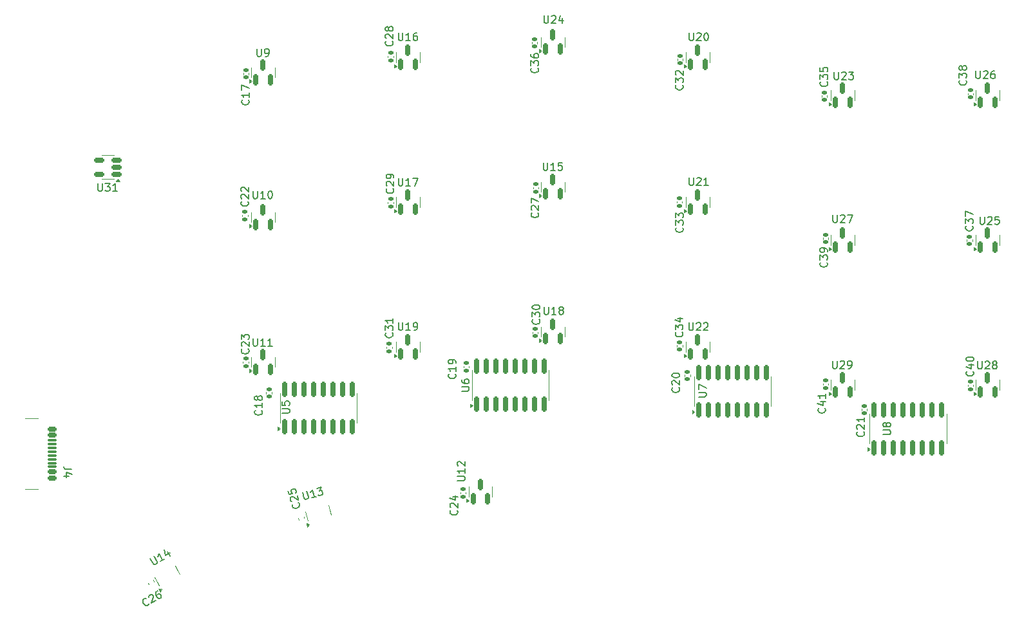
<source format=gto>
G04 #@! TF.GenerationSoftware,KiCad,Pcbnew,8.0.3*
G04 #@! TF.CreationDate,2024-06-14T18:21:21-07:00*
G04 #@! TF.ProjectId,Keyboard,4b657962-6f61-4726-942e-6b696361645f,rev?*
G04 #@! TF.SameCoordinates,Original*
G04 #@! TF.FileFunction,Legend,Top*
G04 #@! TF.FilePolarity,Positive*
%FSLAX46Y46*%
G04 Gerber Fmt 4.6, Leading zero omitted, Abs format (unit mm)*
G04 Created by KiCad (PCBNEW 8.0.3) date 2024-06-14 18:21:21*
%MOMM*%
%LPD*%
G01*
G04 APERTURE LIST*
G04 Aperture macros list*
%AMRoundRect*
0 Rectangle with rounded corners*
0 $1 Rounding radius*
0 $2 $3 $4 $5 $6 $7 $8 $9 X,Y pos of 4 corners*
0 Add a 4 corners polygon primitive as box body*
4,1,4,$2,$3,$4,$5,$6,$7,$8,$9,$2,$3,0*
0 Add four circle primitives for the rounded corners*
1,1,$1+$1,$2,$3*
1,1,$1+$1,$4,$5*
1,1,$1+$1,$6,$7*
1,1,$1+$1,$8,$9*
0 Add four rect primitives between the rounded corners*
20,1,$1+$1,$2,$3,$4,$5,0*
20,1,$1+$1,$4,$5,$6,$7,0*
20,1,$1+$1,$6,$7,$8,$9,0*
20,1,$1+$1,$8,$9,$2,$3,0*%
G04 Aperture macros list end*
%ADD10C,0.150000*%
%ADD11C,0.120000*%
%ADD12C,1.750000*%
%ADD13RoundRect,0.150000X0.150000X-0.587500X0.150000X0.587500X-0.150000X0.587500X-0.150000X-0.587500X0*%
%ADD14RoundRect,0.140000X0.170000X-0.140000X0.170000X0.140000X-0.170000X0.140000X-0.170000X-0.140000X0*%
%ADD15C,0.650000*%
%ADD16RoundRect,0.150000X-0.425000X0.150000X-0.425000X-0.150000X0.425000X-0.150000X0.425000X0.150000X0*%
%ADD17RoundRect,0.075000X-0.500000X0.075000X-0.500000X-0.075000X0.500000X-0.075000X0.500000X0.075000X0*%
%ADD18O,2.100000X1.000000*%
%ADD19O,1.800000X1.000000*%
%ADD20RoundRect,0.150000X0.150000X-0.825000X0.150000X0.825000X-0.150000X0.825000X-0.150000X-0.825000X0*%
%ADD21RoundRect,0.140000X-0.170000X0.140000X-0.170000X-0.140000X0.170000X-0.140000X0.170000X0.140000X0*%
%ADD22RoundRect,0.150000X0.296945X-0.528659X-0.007167X0.606304X-0.296945X0.528659X0.007167X-0.606304X0*%
%ADD23RoundRect,0.150000X0.512500X0.150000X-0.512500X0.150000X-0.512500X-0.150000X0.512500X-0.150000X0*%
%ADD24C,3.300000*%
%ADD25RoundRect,0.150000X0.423654X-0.433790X-0.163846X0.583790X-0.423654X0.433790X0.163846X-0.583790X0*%
%ADD26RoundRect,0.140000X0.217224X-0.036244X0.077224X0.206244X-0.217224X0.036244X-0.077224X-0.206244X0*%
%ADD27RoundRect,0.140000X0.200442X-0.091230X0.127973X0.179229X-0.200442X0.091230X-0.127973X-0.179229X0*%
%ADD28O,3.000000X2.000000*%
G04 APERTURE END LIST*
D10*
X99261905Y-235804819D02*
X99261905Y-236614342D01*
X99261905Y-236614342D02*
X99309524Y-236709580D01*
X99309524Y-236709580D02*
X99357143Y-236757200D01*
X99357143Y-236757200D02*
X99452381Y-236804819D01*
X99452381Y-236804819D02*
X99642857Y-236804819D01*
X99642857Y-236804819D02*
X99738095Y-236757200D01*
X99738095Y-236757200D02*
X99785714Y-236709580D01*
X99785714Y-236709580D02*
X99833333Y-236614342D01*
X99833333Y-236614342D02*
X99833333Y-235804819D01*
X100833333Y-236804819D02*
X100261905Y-236804819D01*
X100547619Y-236804819D02*
X100547619Y-235804819D01*
X100547619Y-235804819D02*
X100452381Y-235947676D01*
X100452381Y-235947676D02*
X100357143Y-236042914D01*
X100357143Y-236042914D02*
X100261905Y-236090533D01*
X101785714Y-236804819D02*
X101214286Y-236804819D01*
X101500000Y-236804819D02*
X101500000Y-235804819D01*
X101500000Y-235804819D02*
X101404762Y-235947676D01*
X101404762Y-235947676D02*
X101309524Y-236042914D01*
X101309524Y-236042914D02*
X101214286Y-236090533D01*
X136689580Y-200222857D02*
X136737200Y-200270476D01*
X136737200Y-200270476D02*
X136784819Y-200413333D01*
X136784819Y-200413333D02*
X136784819Y-200508571D01*
X136784819Y-200508571D02*
X136737200Y-200651428D01*
X136737200Y-200651428D02*
X136641961Y-200746666D01*
X136641961Y-200746666D02*
X136546723Y-200794285D01*
X136546723Y-200794285D02*
X136356247Y-200841904D01*
X136356247Y-200841904D02*
X136213390Y-200841904D01*
X136213390Y-200841904D02*
X136022914Y-200794285D01*
X136022914Y-200794285D02*
X135927676Y-200746666D01*
X135927676Y-200746666D02*
X135832438Y-200651428D01*
X135832438Y-200651428D02*
X135784819Y-200508571D01*
X135784819Y-200508571D02*
X135784819Y-200413333D01*
X135784819Y-200413333D02*
X135832438Y-200270476D01*
X135832438Y-200270476D02*
X135880057Y-200222857D01*
X135784819Y-199889523D02*
X135784819Y-199270476D01*
X135784819Y-199270476D02*
X136165771Y-199603809D01*
X136165771Y-199603809D02*
X136165771Y-199460952D01*
X136165771Y-199460952D02*
X136213390Y-199365714D01*
X136213390Y-199365714D02*
X136261009Y-199318095D01*
X136261009Y-199318095D02*
X136356247Y-199270476D01*
X136356247Y-199270476D02*
X136594342Y-199270476D01*
X136594342Y-199270476D02*
X136689580Y-199318095D01*
X136689580Y-199318095D02*
X136737200Y-199365714D01*
X136737200Y-199365714D02*
X136784819Y-199460952D01*
X136784819Y-199460952D02*
X136784819Y-199746666D01*
X136784819Y-199746666D02*
X136737200Y-199841904D01*
X136737200Y-199841904D02*
X136689580Y-199889523D01*
X135784819Y-198413333D02*
X135784819Y-198603809D01*
X135784819Y-198603809D02*
X135832438Y-198699047D01*
X135832438Y-198699047D02*
X135880057Y-198746666D01*
X135880057Y-198746666D02*
X136022914Y-198841904D01*
X136022914Y-198841904D02*
X136213390Y-198889523D01*
X136213390Y-198889523D02*
X136594342Y-198889523D01*
X136594342Y-198889523D02*
X136689580Y-198841904D01*
X136689580Y-198841904D02*
X136737200Y-198794285D01*
X136737200Y-198794285D02*
X136784819Y-198699047D01*
X136784819Y-198699047D02*
X136784819Y-198508571D01*
X136784819Y-198508571D02*
X136737200Y-198413333D01*
X136737200Y-198413333D02*
X136689580Y-198365714D01*
X136689580Y-198365714D02*
X136594342Y-198318095D01*
X136594342Y-198318095D02*
X136356247Y-198318095D01*
X136356247Y-198318095D02*
X136261009Y-198365714D01*
X136261009Y-198365714D02*
X136213390Y-198413333D01*
X136213390Y-198413333D02*
X136165771Y-198508571D01*
X136165771Y-198508571D02*
X136165771Y-198699047D01*
X136165771Y-198699047D02*
X136213390Y-198794285D01*
X136213390Y-198794285D02*
X136261009Y-198841904D01*
X136261009Y-198841904D02*
X136356247Y-198889523D01*
X126104819Y-254508094D02*
X126914342Y-254508094D01*
X126914342Y-254508094D02*
X127009580Y-254460475D01*
X127009580Y-254460475D02*
X127057200Y-254412856D01*
X127057200Y-254412856D02*
X127104819Y-254317618D01*
X127104819Y-254317618D02*
X127104819Y-254127142D01*
X127104819Y-254127142D02*
X127057200Y-254031904D01*
X127057200Y-254031904D02*
X127009580Y-253984285D01*
X127009580Y-253984285D02*
X126914342Y-253936666D01*
X126914342Y-253936666D02*
X126104819Y-253936666D01*
X127104819Y-252936666D02*
X127104819Y-253508094D01*
X127104819Y-253222380D02*
X126104819Y-253222380D01*
X126104819Y-253222380D02*
X126247676Y-253317618D01*
X126247676Y-253317618D02*
X126342914Y-253412856D01*
X126342914Y-253412856D02*
X126390533Y-253508094D01*
X126200057Y-252555713D02*
X126152438Y-252508094D01*
X126152438Y-252508094D02*
X126104819Y-252412856D01*
X126104819Y-252412856D02*
X126104819Y-252174761D01*
X126104819Y-252174761D02*
X126152438Y-252079523D01*
X126152438Y-252079523D02*
X126200057Y-252031904D01*
X126200057Y-252031904D02*
X126295295Y-251984285D01*
X126295295Y-251984285D02*
X126390533Y-251984285D01*
X126390533Y-251984285D02*
X126533390Y-252031904D01*
X126533390Y-252031904D02*
X127104819Y-252603332D01*
X127104819Y-252603332D02*
X127104819Y-251984285D01*
X194831905Y-219784819D02*
X194831905Y-220594342D01*
X194831905Y-220594342D02*
X194879524Y-220689580D01*
X194879524Y-220689580D02*
X194927143Y-220737200D01*
X194927143Y-220737200D02*
X195022381Y-220784819D01*
X195022381Y-220784819D02*
X195212857Y-220784819D01*
X195212857Y-220784819D02*
X195308095Y-220737200D01*
X195308095Y-220737200D02*
X195355714Y-220689580D01*
X195355714Y-220689580D02*
X195403333Y-220594342D01*
X195403333Y-220594342D02*
X195403333Y-219784819D01*
X195831905Y-219880057D02*
X195879524Y-219832438D01*
X195879524Y-219832438D02*
X195974762Y-219784819D01*
X195974762Y-219784819D02*
X196212857Y-219784819D01*
X196212857Y-219784819D02*
X196308095Y-219832438D01*
X196308095Y-219832438D02*
X196355714Y-219880057D01*
X196355714Y-219880057D02*
X196403333Y-219975295D01*
X196403333Y-219975295D02*
X196403333Y-220070533D01*
X196403333Y-220070533D02*
X196355714Y-220213390D01*
X196355714Y-220213390D02*
X195784286Y-220784819D01*
X195784286Y-220784819D02*
X196403333Y-220784819D01*
X197308095Y-219784819D02*
X196831905Y-219784819D01*
X196831905Y-219784819D02*
X196784286Y-220261009D01*
X196784286Y-220261009D02*
X196831905Y-220213390D01*
X196831905Y-220213390D02*
X196927143Y-220165771D01*
X196927143Y-220165771D02*
X197165238Y-220165771D01*
X197165238Y-220165771D02*
X197260476Y-220213390D01*
X197260476Y-220213390D02*
X197308095Y-220261009D01*
X197308095Y-220261009D02*
X197355714Y-220356247D01*
X197355714Y-220356247D02*
X197355714Y-220594342D01*
X197355714Y-220594342D02*
X197308095Y-220689580D01*
X197308095Y-220689580D02*
X197260476Y-220737200D01*
X197260476Y-220737200D02*
X197165238Y-220784819D01*
X197165238Y-220784819D02*
X196927143Y-220784819D01*
X196927143Y-220784819D02*
X196831905Y-220737200D01*
X196831905Y-220737200D02*
X196784286Y-220689580D01*
X99768095Y-197704819D02*
X99768095Y-198514342D01*
X99768095Y-198514342D02*
X99815714Y-198609580D01*
X99815714Y-198609580D02*
X99863333Y-198657200D01*
X99863333Y-198657200D02*
X99958571Y-198704819D01*
X99958571Y-198704819D02*
X100149047Y-198704819D01*
X100149047Y-198704819D02*
X100244285Y-198657200D01*
X100244285Y-198657200D02*
X100291904Y-198609580D01*
X100291904Y-198609580D02*
X100339523Y-198514342D01*
X100339523Y-198514342D02*
X100339523Y-197704819D01*
X100863333Y-198704819D02*
X101053809Y-198704819D01*
X101053809Y-198704819D02*
X101149047Y-198657200D01*
X101149047Y-198657200D02*
X101196666Y-198609580D01*
X101196666Y-198609580D02*
X101291904Y-198466723D01*
X101291904Y-198466723D02*
X101339523Y-198276247D01*
X101339523Y-198276247D02*
X101339523Y-197895295D01*
X101339523Y-197895295D02*
X101291904Y-197800057D01*
X101291904Y-197800057D02*
X101244285Y-197752438D01*
X101244285Y-197752438D02*
X101149047Y-197704819D01*
X101149047Y-197704819D02*
X100958571Y-197704819D01*
X100958571Y-197704819D02*
X100863333Y-197752438D01*
X100863333Y-197752438D02*
X100815714Y-197800057D01*
X100815714Y-197800057D02*
X100768095Y-197895295D01*
X100768095Y-197895295D02*
X100768095Y-198133390D01*
X100768095Y-198133390D02*
X100815714Y-198228628D01*
X100815714Y-198228628D02*
X100863333Y-198276247D01*
X100863333Y-198276247D02*
X100958571Y-198323866D01*
X100958571Y-198323866D02*
X101149047Y-198323866D01*
X101149047Y-198323866D02*
X101244285Y-198276247D01*
X101244285Y-198276247D02*
X101291904Y-198228628D01*
X101291904Y-198228628D02*
X101339523Y-198133390D01*
X193809580Y-221012857D02*
X193857200Y-221060476D01*
X193857200Y-221060476D02*
X193904819Y-221203333D01*
X193904819Y-221203333D02*
X193904819Y-221298571D01*
X193904819Y-221298571D02*
X193857200Y-221441428D01*
X193857200Y-221441428D02*
X193761961Y-221536666D01*
X193761961Y-221536666D02*
X193666723Y-221584285D01*
X193666723Y-221584285D02*
X193476247Y-221631904D01*
X193476247Y-221631904D02*
X193333390Y-221631904D01*
X193333390Y-221631904D02*
X193142914Y-221584285D01*
X193142914Y-221584285D02*
X193047676Y-221536666D01*
X193047676Y-221536666D02*
X192952438Y-221441428D01*
X192952438Y-221441428D02*
X192904819Y-221298571D01*
X192904819Y-221298571D02*
X192904819Y-221203333D01*
X192904819Y-221203333D02*
X192952438Y-221060476D01*
X192952438Y-221060476D02*
X193000057Y-221012857D01*
X192904819Y-220679523D02*
X192904819Y-220060476D01*
X192904819Y-220060476D02*
X193285771Y-220393809D01*
X193285771Y-220393809D02*
X193285771Y-220250952D01*
X193285771Y-220250952D02*
X193333390Y-220155714D01*
X193333390Y-220155714D02*
X193381009Y-220108095D01*
X193381009Y-220108095D02*
X193476247Y-220060476D01*
X193476247Y-220060476D02*
X193714342Y-220060476D01*
X193714342Y-220060476D02*
X193809580Y-220108095D01*
X193809580Y-220108095D02*
X193857200Y-220155714D01*
X193857200Y-220155714D02*
X193904819Y-220250952D01*
X193904819Y-220250952D02*
X193904819Y-220536666D01*
X193904819Y-220536666D02*
X193857200Y-220631904D01*
X193857200Y-220631904D02*
X193809580Y-220679523D01*
X192904819Y-219727142D02*
X192904819Y-219060476D01*
X192904819Y-219060476D02*
X193904819Y-219489047D01*
X155719580Y-221212857D02*
X155767200Y-221260476D01*
X155767200Y-221260476D02*
X155814819Y-221403333D01*
X155814819Y-221403333D02*
X155814819Y-221498571D01*
X155814819Y-221498571D02*
X155767200Y-221641428D01*
X155767200Y-221641428D02*
X155671961Y-221736666D01*
X155671961Y-221736666D02*
X155576723Y-221784285D01*
X155576723Y-221784285D02*
X155386247Y-221831904D01*
X155386247Y-221831904D02*
X155243390Y-221831904D01*
X155243390Y-221831904D02*
X155052914Y-221784285D01*
X155052914Y-221784285D02*
X154957676Y-221736666D01*
X154957676Y-221736666D02*
X154862438Y-221641428D01*
X154862438Y-221641428D02*
X154814819Y-221498571D01*
X154814819Y-221498571D02*
X154814819Y-221403333D01*
X154814819Y-221403333D02*
X154862438Y-221260476D01*
X154862438Y-221260476D02*
X154910057Y-221212857D01*
X154814819Y-220879523D02*
X154814819Y-220260476D01*
X154814819Y-220260476D02*
X155195771Y-220593809D01*
X155195771Y-220593809D02*
X155195771Y-220450952D01*
X155195771Y-220450952D02*
X155243390Y-220355714D01*
X155243390Y-220355714D02*
X155291009Y-220308095D01*
X155291009Y-220308095D02*
X155386247Y-220260476D01*
X155386247Y-220260476D02*
X155624342Y-220260476D01*
X155624342Y-220260476D02*
X155719580Y-220308095D01*
X155719580Y-220308095D02*
X155767200Y-220355714D01*
X155767200Y-220355714D02*
X155814819Y-220450952D01*
X155814819Y-220450952D02*
X155814819Y-220736666D01*
X155814819Y-220736666D02*
X155767200Y-220831904D01*
X155767200Y-220831904D02*
X155719580Y-220879523D01*
X154814819Y-219927142D02*
X154814819Y-219308095D01*
X154814819Y-219308095D02*
X155195771Y-219641428D01*
X155195771Y-219641428D02*
X155195771Y-219498571D01*
X155195771Y-219498571D02*
X155243390Y-219403333D01*
X155243390Y-219403333D02*
X155291009Y-219355714D01*
X155291009Y-219355714D02*
X155386247Y-219308095D01*
X155386247Y-219308095D02*
X155624342Y-219308095D01*
X155624342Y-219308095D02*
X155719580Y-219355714D01*
X155719580Y-219355714D02*
X155767200Y-219403333D01*
X155767200Y-219403333D02*
X155814819Y-219498571D01*
X155814819Y-219498571D02*
X155814819Y-219784285D01*
X155814819Y-219784285D02*
X155767200Y-219879523D01*
X155767200Y-219879523D02*
X155719580Y-219927142D01*
X75385180Y-253016666D02*
X74670895Y-253016666D01*
X74670895Y-253016666D02*
X74528038Y-252969047D01*
X74528038Y-252969047D02*
X74432800Y-252873809D01*
X74432800Y-252873809D02*
X74385180Y-252730952D01*
X74385180Y-252730952D02*
X74385180Y-252635714D01*
X75051847Y-253921428D02*
X74385180Y-253921428D01*
X75432800Y-253683333D02*
X74718514Y-253445238D01*
X74718514Y-253445238D02*
X74718514Y-254064285D01*
X126654819Y-242711904D02*
X127464342Y-242711904D01*
X127464342Y-242711904D02*
X127559580Y-242664285D01*
X127559580Y-242664285D02*
X127607200Y-242616666D01*
X127607200Y-242616666D02*
X127654819Y-242521428D01*
X127654819Y-242521428D02*
X127654819Y-242330952D01*
X127654819Y-242330952D02*
X127607200Y-242235714D01*
X127607200Y-242235714D02*
X127559580Y-242188095D01*
X127559580Y-242188095D02*
X127464342Y-242140476D01*
X127464342Y-242140476D02*
X126654819Y-242140476D01*
X126654819Y-241235714D02*
X126654819Y-241426190D01*
X126654819Y-241426190D02*
X126702438Y-241521428D01*
X126702438Y-241521428D02*
X126750057Y-241569047D01*
X126750057Y-241569047D02*
X126892914Y-241664285D01*
X126892914Y-241664285D02*
X127083390Y-241711904D01*
X127083390Y-241711904D02*
X127464342Y-241711904D01*
X127464342Y-241711904D02*
X127559580Y-241664285D01*
X127559580Y-241664285D02*
X127607200Y-241616666D01*
X127607200Y-241616666D02*
X127654819Y-241521428D01*
X127654819Y-241521428D02*
X127654819Y-241330952D01*
X127654819Y-241330952D02*
X127607200Y-241235714D01*
X127607200Y-241235714D02*
X127559580Y-241188095D01*
X127559580Y-241188095D02*
X127464342Y-241140476D01*
X127464342Y-241140476D02*
X127226247Y-241140476D01*
X127226247Y-241140476D02*
X127131009Y-241188095D01*
X127131009Y-241188095D02*
X127083390Y-241235714D01*
X127083390Y-241235714D02*
X127035771Y-241330952D01*
X127035771Y-241330952D02*
X127035771Y-241521428D01*
X127035771Y-241521428D02*
X127083390Y-241616666D01*
X127083390Y-241616666D02*
X127131009Y-241664285D01*
X127131009Y-241664285D02*
X127226247Y-241711904D01*
X100369580Y-245262857D02*
X100417200Y-245310476D01*
X100417200Y-245310476D02*
X100464819Y-245453333D01*
X100464819Y-245453333D02*
X100464819Y-245548571D01*
X100464819Y-245548571D02*
X100417200Y-245691428D01*
X100417200Y-245691428D02*
X100321961Y-245786666D01*
X100321961Y-245786666D02*
X100226723Y-245834285D01*
X100226723Y-245834285D02*
X100036247Y-245881904D01*
X100036247Y-245881904D02*
X99893390Y-245881904D01*
X99893390Y-245881904D02*
X99702914Y-245834285D01*
X99702914Y-245834285D02*
X99607676Y-245786666D01*
X99607676Y-245786666D02*
X99512438Y-245691428D01*
X99512438Y-245691428D02*
X99464819Y-245548571D01*
X99464819Y-245548571D02*
X99464819Y-245453333D01*
X99464819Y-245453333D02*
X99512438Y-245310476D01*
X99512438Y-245310476D02*
X99560057Y-245262857D01*
X100464819Y-244310476D02*
X100464819Y-244881904D01*
X100464819Y-244596190D02*
X99464819Y-244596190D01*
X99464819Y-244596190D02*
X99607676Y-244691428D01*
X99607676Y-244691428D02*
X99702914Y-244786666D01*
X99702914Y-244786666D02*
X99750533Y-244881904D01*
X99893390Y-243739047D02*
X99845771Y-243834285D01*
X99845771Y-243834285D02*
X99798152Y-243881904D01*
X99798152Y-243881904D02*
X99702914Y-243929523D01*
X99702914Y-243929523D02*
X99655295Y-243929523D01*
X99655295Y-243929523D02*
X99560057Y-243881904D01*
X99560057Y-243881904D02*
X99512438Y-243834285D01*
X99512438Y-243834285D02*
X99464819Y-243739047D01*
X99464819Y-243739047D02*
X99464819Y-243548571D01*
X99464819Y-243548571D02*
X99512438Y-243453333D01*
X99512438Y-243453333D02*
X99560057Y-243405714D01*
X99560057Y-243405714D02*
X99655295Y-243358095D01*
X99655295Y-243358095D02*
X99702914Y-243358095D01*
X99702914Y-243358095D02*
X99798152Y-243405714D01*
X99798152Y-243405714D02*
X99845771Y-243453333D01*
X99845771Y-243453333D02*
X99893390Y-243548571D01*
X99893390Y-243548571D02*
X99893390Y-243739047D01*
X99893390Y-243739047D02*
X99941009Y-243834285D01*
X99941009Y-243834285D02*
X99988628Y-243881904D01*
X99988628Y-243881904D02*
X100083866Y-243929523D01*
X100083866Y-243929523D02*
X100274342Y-243929523D01*
X100274342Y-243929523D02*
X100369580Y-243881904D01*
X100369580Y-243881904D02*
X100417200Y-243834285D01*
X100417200Y-243834285D02*
X100464819Y-243739047D01*
X100464819Y-243739047D02*
X100464819Y-243548571D01*
X100464819Y-243548571D02*
X100417200Y-243453333D01*
X100417200Y-243453333D02*
X100369580Y-243405714D01*
X100369580Y-243405714D02*
X100274342Y-243358095D01*
X100274342Y-243358095D02*
X100083866Y-243358095D01*
X100083866Y-243358095D02*
X99988628Y-243405714D01*
X99988628Y-243405714D02*
X99941009Y-243453333D01*
X99941009Y-243453333D02*
X99893390Y-243548571D01*
X117659580Y-216092857D02*
X117707200Y-216140476D01*
X117707200Y-216140476D02*
X117754819Y-216283333D01*
X117754819Y-216283333D02*
X117754819Y-216378571D01*
X117754819Y-216378571D02*
X117707200Y-216521428D01*
X117707200Y-216521428D02*
X117611961Y-216616666D01*
X117611961Y-216616666D02*
X117516723Y-216664285D01*
X117516723Y-216664285D02*
X117326247Y-216711904D01*
X117326247Y-216711904D02*
X117183390Y-216711904D01*
X117183390Y-216711904D02*
X116992914Y-216664285D01*
X116992914Y-216664285D02*
X116897676Y-216616666D01*
X116897676Y-216616666D02*
X116802438Y-216521428D01*
X116802438Y-216521428D02*
X116754819Y-216378571D01*
X116754819Y-216378571D02*
X116754819Y-216283333D01*
X116754819Y-216283333D02*
X116802438Y-216140476D01*
X116802438Y-216140476D02*
X116850057Y-216092857D01*
X116850057Y-215711904D02*
X116802438Y-215664285D01*
X116802438Y-215664285D02*
X116754819Y-215569047D01*
X116754819Y-215569047D02*
X116754819Y-215330952D01*
X116754819Y-215330952D02*
X116802438Y-215235714D01*
X116802438Y-215235714D02*
X116850057Y-215188095D01*
X116850057Y-215188095D02*
X116945295Y-215140476D01*
X116945295Y-215140476D02*
X117040533Y-215140476D01*
X117040533Y-215140476D02*
X117183390Y-215188095D01*
X117183390Y-215188095D02*
X117754819Y-215759523D01*
X117754819Y-215759523D02*
X117754819Y-215140476D01*
X117754819Y-214664285D02*
X117754819Y-214473809D01*
X117754819Y-214473809D02*
X117707200Y-214378571D01*
X117707200Y-214378571D02*
X117659580Y-214330952D01*
X117659580Y-214330952D02*
X117516723Y-214235714D01*
X117516723Y-214235714D02*
X117326247Y-214188095D01*
X117326247Y-214188095D02*
X116945295Y-214188095D01*
X116945295Y-214188095D02*
X116850057Y-214235714D01*
X116850057Y-214235714D02*
X116802438Y-214283333D01*
X116802438Y-214283333D02*
X116754819Y-214378571D01*
X116754819Y-214378571D02*
X116754819Y-214569047D01*
X116754819Y-214569047D02*
X116802438Y-214664285D01*
X116802438Y-214664285D02*
X116850057Y-214711904D01*
X116850057Y-214711904D02*
X116945295Y-214759523D01*
X116945295Y-214759523D02*
X117183390Y-214759523D01*
X117183390Y-214759523D02*
X117278628Y-214711904D01*
X117278628Y-214711904D02*
X117326247Y-214664285D01*
X117326247Y-214664285D02*
X117373866Y-214569047D01*
X117373866Y-214569047D02*
X117373866Y-214378571D01*
X117373866Y-214378571D02*
X117326247Y-214283333D01*
X117326247Y-214283333D02*
X117278628Y-214235714D01*
X117278628Y-214235714D02*
X117183390Y-214188095D01*
X117559580Y-196692857D02*
X117607200Y-196740476D01*
X117607200Y-196740476D02*
X117654819Y-196883333D01*
X117654819Y-196883333D02*
X117654819Y-196978571D01*
X117654819Y-196978571D02*
X117607200Y-197121428D01*
X117607200Y-197121428D02*
X117511961Y-197216666D01*
X117511961Y-197216666D02*
X117416723Y-197264285D01*
X117416723Y-197264285D02*
X117226247Y-197311904D01*
X117226247Y-197311904D02*
X117083390Y-197311904D01*
X117083390Y-197311904D02*
X116892914Y-197264285D01*
X116892914Y-197264285D02*
X116797676Y-197216666D01*
X116797676Y-197216666D02*
X116702438Y-197121428D01*
X116702438Y-197121428D02*
X116654819Y-196978571D01*
X116654819Y-196978571D02*
X116654819Y-196883333D01*
X116654819Y-196883333D02*
X116702438Y-196740476D01*
X116702438Y-196740476D02*
X116750057Y-196692857D01*
X116750057Y-196311904D02*
X116702438Y-196264285D01*
X116702438Y-196264285D02*
X116654819Y-196169047D01*
X116654819Y-196169047D02*
X116654819Y-195930952D01*
X116654819Y-195930952D02*
X116702438Y-195835714D01*
X116702438Y-195835714D02*
X116750057Y-195788095D01*
X116750057Y-195788095D02*
X116845295Y-195740476D01*
X116845295Y-195740476D02*
X116940533Y-195740476D01*
X116940533Y-195740476D02*
X117083390Y-195788095D01*
X117083390Y-195788095D02*
X117654819Y-196359523D01*
X117654819Y-196359523D02*
X117654819Y-195740476D01*
X117083390Y-195169047D02*
X117035771Y-195264285D01*
X117035771Y-195264285D02*
X116988152Y-195311904D01*
X116988152Y-195311904D02*
X116892914Y-195359523D01*
X116892914Y-195359523D02*
X116845295Y-195359523D01*
X116845295Y-195359523D02*
X116750057Y-195311904D01*
X116750057Y-195311904D02*
X116702438Y-195264285D01*
X116702438Y-195264285D02*
X116654819Y-195169047D01*
X116654819Y-195169047D02*
X116654819Y-194978571D01*
X116654819Y-194978571D02*
X116702438Y-194883333D01*
X116702438Y-194883333D02*
X116750057Y-194835714D01*
X116750057Y-194835714D02*
X116845295Y-194788095D01*
X116845295Y-194788095D02*
X116892914Y-194788095D01*
X116892914Y-194788095D02*
X116988152Y-194835714D01*
X116988152Y-194835714D02*
X117035771Y-194883333D01*
X117035771Y-194883333D02*
X117083390Y-194978571D01*
X117083390Y-194978571D02*
X117083390Y-195169047D01*
X117083390Y-195169047D02*
X117131009Y-195264285D01*
X117131009Y-195264285D02*
X117178628Y-195311904D01*
X117178628Y-195311904D02*
X117273866Y-195359523D01*
X117273866Y-195359523D02*
X117464342Y-195359523D01*
X117464342Y-195359523D02*
X117559580Y-195311904D01*
X117559580Y-195311904D02*
X117607200Y-195264285D01*
X117607200Y-195264285D02*
X117654819Y-195169047D01*
X117654819Y-195169047D02*
X117654819Y-194978571D01*
X117654819Y-194978571D02*
X117607200Y-194883333D01*
X117607200Y-194883333D02*
X117559580Y-194835714D01*
X117559580Y-194835714D02*
X117464342Y-194788095D01*
X117464342Y-194788095D02*
X117273866Y-194788095D01*
X117273866Y-194788095D02*
X117178628Y-194835714D01*
X117178628Y-194835714D02*
X117131009Y-194883333D01*
X117131009Y-194883333D02*
X117083390Y-194978571D01*
X137521905Y-231644819D02*
X137521905Y-232454342D01*
X137521905Y-232454342D02*
X137569524Y-232549580D01*
X137569524Y-232549580D02*
X137617143Y-232597200D01*
X137617143Y-232597200D02*
X137712381Y-232644819D01*
X137712381Y-232644819D02*
X137902857Y-232644819D01*
X137902857Y-232644819D02*
X137998095Y-232597200D01*
X137998095Y-232597200D02*
X138045714Y-232549580D01*
X138045714Y-232549580D02*
X138093333Y-232454342D01*
X138093333Y-232454342D02*
X138093333Y-231644819D01*
X139093333Y-232644819D02*
X138521905Y-232644819D01*
X138807619Y-232644819D02*
X138807619Y-231644819D01*
X138807619Y-231644819D02*
X138712381Y-231787676D01*
X138712381Y-231787676D02*
X138617143Y-231882914D01*
X138617143Y-231882914D02*
X138521905Y-231930533D01*
X139664762Y-232073390D02*
X139569524Y-232025771D01*
X139569524Y-232025771D02*
X139521905Y-231978152D01*
X139521905Y-231978152D02*
X139474286Y-231882914D01*
X139474286Y-231882914D02*
X139474286Y-231835295D01*
X139474286Y-231835295D02*
X139521905Y-231740057D01*
X139521905Y-231740057D02*
X139569524Y-231692438D01*
X139569524Y-231692438D02*
X139664762Y-231644819D01*
X139664762Y-231644819D02*
X139855238Y-231644819D01*
X139855238Y-231644819D02*
X139950476Y-231692438D01*
X139950476Y-231692438D02*
X139998095Y-231740057D01*
X139998095Y-231740057D02*
X140045714Y-231835295D01*
X140045714Y-231835295D02*
X140045714Y-231882914D01*
X140045714Y-231882914D02*
X139998095Y-231978152D01*
X139998095Y-231978152D02*
X139950476Y-232025771D01*
X139950476Y-232025771D02*
X139855238Y-232073390D01*
X139855238Y-232073390D02*
X139664762Y-232073390D01*
X139664762Y-232073390D02*
X139569524Y-232121009D01*
X139569524Y-232121009D02*
X139521905Y-232168628D01*
X139521905Y-232168628D02*
X139474286Y-232263866D01*
X139474286Y-232263866D02*
X139474286Y-232454342D01*
X139474286Y-232454342D02*
X139521905Y-232549580D01*
X139521905Y-232549580D02*
X139569524Y-232597200D01*
X139569524Y-232597200D02*
X139664762Y-232644819D01*
X139664762Y-232644819D02*
X139855238Y-232644819D01*
X139855238Y-232644819D02*
X139950476Y-232597200D01*
X139950476Y-232597200D02*
X139998095Y-232549580D01*
X139998095Y-232549580D02*
X140045714Y-232454342D01*
X140045714Y-232454342D02*
X140045714Y-232263866D01*
X140045714Y-232263866D02*
X139998095Y-232168628D01*
X139998095Y-232168628D02*
X139950476Y-232121009D01*
X139950476Y-232121009D02*
X139855238Y-232073390D01*
X105772989Y-256043838D02*
X105982509Y-256825778D01*
X105982509Y-256825778D02*
X106053155Y-256905446D01*
X106053155Y-256905446D02*
X106111476Y-256939118D01*
X106111476Y-256939118D02*
X106215793Y-256960465D01*
X106215793Y-256960465D02*
X106399779Y-256911166D01*
X106399779Y-256911166D02*
X106479448Y-256840520D01*
X106479448Y-256840520D02*
X106513119Y-256782199D01*
X106513119Y-256782199D02*
X106534466Y-256677881D01*
X106534466Y-256677881D02*
X106324946Y-255895941D01*
X107549691Y-256603048D02*
X106997733Y-256750944D01*
X107273712Y-256676996D02*
X107014893Y-255711070D01*
X107014893Y-255711070D02*
X106959874Y-255873709D01*
X106959874Y-255873709D02*
X106892531Y-255990352D01*
X106892531Y-255990352D02*
X106812863Y-256060997D01*
X107612847Y-255550849D02*
X108210801Y-255390628D01*
X108210801Y-255390628D02*
X107987424Y-255844872D01*
X107987424Y-255844872D02*
X108125413Y-255807898D01*
X108125413Y-255807898D02*
X108229731Y-255829245D01*
X108229731Y-255829245D02*
X108288052Y-255862917D01*
X108288052Y-255862917D02*
X108358698Y-255942585D01*
X108358698Y-255942585D02*
X108420322Y-256172568D01*
X108420322Y-256172568D02*
X108398975Y-256276885D01*
X108398975Y-256276885D02*
X108365303Y-256335206D01*
X108365303Y-256335206D02*
X108285635Y-256405852D01*
X108285635Y-256405852D02*
X108009656Y-256479801D01*
X108009656Y-256479801D02*
X107905338Y-256458454D01*
X107905338Y-256458454D02*
X107847017Y-256424782D01*
X175451905Y-238754819D02*
X175451905Y-239564342D01*
X175451905Y-239564342D02*
X175499524Y-239659580D01*
X175499524Y-239659580D02*
X175547143Y-239707200D01*
X175547143Y-239707200D02*
X175642381Y-239754819D01*
X175642381Y-239754819D02*
X175832857Y-239754819D01*
X175832857Y-239754819D02*
X175928095Y-239707200D01*
X175928095Y-239707200D02*
X175975714Y-239659580D01*
X175975714Y-239659580D02*
X176023333Y-239564342D01*
X176023333Y-239564342D02*
X176023333Y-238754819D01*
X176451905Y-238850057D02*
X176499524Y-238802438D01*
X176499524Y-238802438D02*
X176594762Y-238754819D01*
X176594762Y-238754819D02*
X176832857Y-238754819D01*
X176832857Y-238754819D02*
X176928095Y-238802438D01*
X176928095Y-238802438D02*
X176975714Y-238850057D01*
X176975714Y-238850057D02*
X177023333Y-238945295D01*
X177023333Y-238945295D02*
X177023333Y-239040533D01*
X177023333Y-239040533D02*
X176975714Y-239183390D01*
X176975714Y-239183390D02*
X176404286Y-239754819D01*
X176404286Y-239754819D02*
X177023333Y-239754819D01*
X177499524Y-239754819D02*
X177690000Y-239754819D01*
X177690000Y-239754819D02*
X177785238Y-239707200D01*
X177785238Y-239707200D02*
X177832857Y-239659580D01*
X177832857Y-239659580D02*
X177928095Y-239516723D01*
X177928095Y-239516723D02*
X177975714Y-239326247D01*
X177975714Y-239326247D02*
X177975714Y-238945295D01*
X177975714Y-238945295D02*
X177928095Y-238850057D01*
X177928095Y-238850057D02*
X177880476Y-238802438D01*
X177880476Y-238802438D02*
X177785238Y-238754819D01*
X177785238Y-238754819D02*
X177594762Y-238754819D01*
X177594762Y-238754819D02*
X177499524Y-238802438D01*
X177499524Y-238802438D02*
X177451905Y-238850057D01*
X177451905Y-238850057D02*
X177404286Y-238945295D01*
X177404286Y-238945295D02*
X177404286Y-239183390D01*
X177404286Y-239183390D02*
X177451905Y-239278628D01*
X177451905Y-239278628D02*
X177499524Y-239326247D01*
X177499524Y-239326247D02*
X177594762Y-239373866D01*
X177594762Y-239373866D02*
X177785238Y-239373866D01*
X177785238Y-239373866D02*
X177880476Y-239326247D01*
X177880476Y-239326247D02*
X177928095Y-239278628D01*
X177928095Y-239278628D02*
X177975714Y-239183390D01*
X174709580Y-202032857D02*
X174757200Y-202080476D01*
X174757200Y-202080476D02*
X174804819Y-202223333D01*
X174804819Y-202223333D02*
X174804819Y-202318571D01*
X174804819Y-202318571D02*
X174757200Y-202461428D01*
X174757200Y-202461428D02*
X174661961Y-202556666D01*
X174661961Y-202556666D02*
X174566723Y-202604285D01*
X174566723Y-202604285D02*
X174376247Y-202651904D01*
X174376247Y-202651904D02*
X174233390Y-202651904D01*
X174233390Y-202651904D02*
X174042914Y-202604285D01*
X174042914Y-202604285D02*
X173947676Y-202556666D01*
X173947676Y-202556666D02*
X173852438Y-202461428D01*
X173852438Y-202461428D02*
X173804819Y-202318571D01*
X173804819Y-202318571D02*
X173804819Y-202223333D01*
X173804819Y-202223333D02*
X173852438Y-202080476D01*
X173852438Y-202080476D02*
X173900057Y-202032857D01*
X173804819Y-201699523D02*
X173804819Y-201080476D01*
X173804819Y-201080476D02*
X174185771Y-201413809D01*
X174185771Y-201413809D02*
X174185771Y-201270952D01*
X174185771Y-201270952D02*
X174233390Y-201175714D01*
X174233390Y-201175714D02*
X174281009Y-201128095D01*
X174281009Y-201128095D02*
X174376247Y-201080476D01*
X174376247Y-201080476D02*
X174614342Y-201080476D01*
X174614342Y-201080476D02*
X174709580Y-201128095D01*
X174709580Y-201128095D02*
X174757200Y-201175714D01*
X174757200Y-201175714D02*
X174804819Y-201270952D01*
X174804819Y-201270952D02*
X174804819Y-201556666D01*
X174804819Y-201556666D02*
X174757200Y-201651904D01*
X174757200Y-201651904D02*
X174709580Y-201699523D01*
X173804819Y-200175714D02*
X173804819Y-200651904D01*
X173804819Y-200651904D02*
X174281009Y-200699523D01*
X174281009Y-200699523D02*
X174233390Y-200651904D01*
X174233390Y-200651904D02*
X174185771Y-200556666D01*
X174185771Y-200556666D02*
X174185771Y-200318571D01*
X174185771Y-200318571D02*
X174233390Y-200223333D01*
X174233390Y-200223333D02*
X174281009Y-200175714D01*
X174281009Y-200175714D02*
X174376247Y-200128095D01*
X174376247Y-200128095D02*
X174614342Y-200128095D01*
X174614342Y-200128095D02*
X174709580Y-200175714D01*
X174709580Y-200175714D02*
X174757200Y-200223333D01*
X174757200Y-200223333D02*
X174804819Y-200318571D01*
X174804819Y-200318571D02*
X174804819Y-200556666D01*
X174804819Y-200556666D02*
X174757200Y-200651904D01*
X174757200Y-200651904D02*
X174709580Y-200699523D01*
X103054819Y-245621904D02*
X103864342Y-245621904D01*
X103864342Y-245621904D02*
X103959580Y-245574285D01*
X103959580Y-245574285D02*
X104007200Y-245526666D01*
X104007200Y-245526666D02*
X104054819Y-245431428D01*
X104054819Y-245431428D02*
X104054819Y-245240952D01*
X104054819Y-245240952D02*
X104007200Y-245145714D01*
X104007200Y-245145714D02*
X103959580Y-245098095D01*
X103959580Y-245098095D02*
X103864342Y-245050476D01*
X103864342Y-245050476D02*
X103054819Y-245050476D01*
X103054819Y-244098095D02*
X103054819Y-244574285D01*
X103054819Y-244574285D02*
X103531009Y-244621904D01*
X103531009Y-244621904D02*
X103483390Y-244574285D01*
X103483390Y-244574285D02*
X103435771Y-244479047D01*
X103435771Y-244479047D02*
X103435771Y-244240952D01*
X103435771Y-244240952D02*
X103483390Y-244145714D01*
X103483390Y-244145714D02*
X103531009Y-244098095D01*
X103531009Y-244098095D02*
X103626247Y-244050476D01*
X103626247Y-244050476D02*
X103864342Y-244050476D01*
X103864342Y-244050476D02*
X103959580Y-244098095D01*
X103959580Y-244098095D02*
X104007200Y-244145714D01*
X104007200Y-244145714D02*
X104054819Y-244240952D01*
X104054819Y-244240952D02*
X104054819Y-244479047D01*
X104054819Y-244479047D02*
X104007200Y-244574285D01*
X104007200Y-244574285D02*
X103959580Y-244621904D01*
X156581905Y-195594819D02*
X156581905Y-196404342D01*
X156581905Y-196404342D02*
X156629524Y-196499580D01*
X156629524Y-196499580D02*
X156677143Y-196547200D01*
X156677143Y-196547200D02*
X156772381Y-196594819D01*
X156772381Y-196594819D02*
X156962857Y-196594819D01*
X156962857Y-196594819D02*
X157058095Y-196547200D01*
X157058095Y-196547200D02*
X157105714Y-196499580D01*
X157105714Y-196499580D02*
X157153333Y-196404342D01*
X157153333Y-196404342D02*
X157153333Y-195594819D01*
X157581905Y-195690057D02*
X157629524Y-195642438D01*
X157629524Y-195642438D02*
X157724762Y-195594819D01*
X157724762Y-195594819D02*
X157962857Y-195594819D01*
X157962857Y-195594819D02*
X158058095Y-195642438D01*
X158058095Y-195642438D02*
X158105714Y-195690057D01*
X158105714Y-195690057D02*
X158153333Y-195785295D01*
X158153333Y-195785295D02*
X158153333Y-195880533D01*
X158153333Y-195880533D02*
X158105714Y-196023390D01*
X158105714Y-196023390D02*
X157534286Y-196594819D01*
X157534286Y-196594819D02*
X158153333Y-196594819D01*
X158772381Y-195594819D02*
X158867619Y-195594819D01*
X158867619Y-195594819D02*
X158962857Y-195642438D01*
X158962857Y-195642438D02*
X159010476Y-195690057D01*
X159010476Y-195690057D02*
X159058095Y-195785295D01*
X159058095Y-195785295D02*
X159105714Y-195975771D01*
X159105714Y-195975771D02*
X159105714Y-196213866D01*
X159105714Y-196213866D02*
X159058095Y-196404342D01*
X159058095Y-196404342D02*
X159010476Y-196499580D01*
X159010476Y-196499580D02*
X158962857Y-196547200D01*
X158962857Y-196547200D02*
X158867619Y-196594819D01*
X158867619Y-196594819D02*
X158772381Y-196594819D01*
X158772381Y-196594819D02*
X158677143Y-196547200D01*
X158677143Y-196547200D02*
X158629524Y-196499580D01*
X158629524Y-196499580D02*
X158581905Y-196404342D01*
X158581905Y-196404342D02*
X158534286Y-196213866D01*
X158534286Y-196213866D02*
X158534286Y-195975771D01*
X158534286Y-195975771D02*
X158581905Y-195785295D01*
X158581905Y-195785295D02*
X158629524Y-195690057D01*
X158629524Y-195690057D02*
X158677143Y-195642438D01*
X158677143Y-195642438D02*
X158772381Y-195594819D01*
X98559580Y-217792857D02*
X98607200Y-217840476D01*
X98607200Y-217840476D02*
X98654819Y-217983333D01*
X98654819Y-217983333D02*
X98654819Y-218078571D01*
X98654819Y-218078571D02*
X98607200Y-218221428D01*
X98607200Y-218221428D02*
X98511961Y-218316666D01*
X98511961Y-218316666D02*
X98416723Y-218364285D01*
X98416723Y-218364285D02*
X98226247Y-218411904D01*
X98226247Y-218411904D02*
X98083390Y-218411904D01*
X98083390Y-218411904D02*
X97892914Y-218364285D01*
X97892914Y-218364285D02*
X97797676Y-218316666D01*
X97797676Y-218316666D02*
X97702438Y-218221428D01*
X97702438Y-218221428D02*
X97654819Y-218078571D01*
X97654819Y-218078571D02*
X97654819Y-217983333D01*
X97654819Y-217983333D02*
X97702438Y-217840476D01*
X97702438Y-217840476D02*
X97750057Y-217792857D01*
X97750057Y-217411904D02*
X97702438Y-217364285D01*
X97702438Y-217364285D02*
X97654819Y-217269047D01*
X97654819Y-217269047D02*
X97654819Y-217030952D01*
X97654819Y-217030952D02*
X97702438Y-216935714D01*
X97702438Y-216935714D02*
X97750057Y-216888095D01*
X97750057Y-216888095D02*
X97845295Y-216840476D01*
X97845295Y-216840476D02*
X97940533Y-216840476D01*
X97940533Y-216840476D02*
X98083390Y-216888095D01*
X98083390Y-216888095D02*
X98654819Y-217459523D01*
X98654819Y-217459523D02*
X98654819Y-216840476D01*
X97750057Y-216459523D02*
X97702438Y-216411904D01*
X97702438Y-216411904D02*
X97654819Y-216316666D01*
X97654819Y-216316666D02*
X97654819Y-216078571D01*
X97654819Y-216078571D02*
X97702438Y-215983333D01*
X97702438Y-215983333D02*
X97750057Y-215935714D01*
X97750057Y-215935714D02*
X97845295Y-215888095D01*
X97845295Y-215888095D02*
X97940533Y-215888095D01*
X97940533Y-215888095D02*
X98083390Y-215935714D01*
X98083390Y-215935714D02*
X98654819Y-216507142D01*
X98654819Y-216507142D02*
X98654819Y-215888095D01*
X78871905Y-215414819D02*
X78871905Y-216224342D01*
X78871905Y-216224342D02*
X78919524Y-216319580D01*
X78919524Y-216319580D02*
X78967143Y-216367200D01*
X78967143Y-216367200D02*
X79062381Y-216414819D01*
X79062381Y-216414819D02*
X79252857Y-216414819D01*
X79252857Y-216414819D02*
X79348095Y-216367200D01*
X79348095Y-216367200D02*
X79395714Y-216319580D01*
X79395714Y-216319580D02*
X79443333Y-216224342D01*
X79443333Y-216224342D02*
X79443333Y-215414819D01*
X79824286Y-215414819D02*
X80443333Y-215414819D01*
X80443333Y-215414819D02*
X80110000Y-215795771D01*
X80110000Y-215795771D02*
X80252857Y-215795771D01*
X80252857Y-215795771D02*
X80348095Y-215843390D01*
X80348095Y-215843390D02*
X80395714Y-215891009D01*
X80395714Y-215891009D02*
X80443333Y-215986247D01*
X80443333Y-215986247D02*
X80443333Y-216224342D01*
X80443333Y-216224342D02*
X80395714Y-216319580D01*
X80395714Y-216319580D02*
X80348095Y-216367200D01*
X80348095Y-216367200D02*
X80252857Y-216414819D01*
X80252857Y-216414819D02*
X79967143Y-216414819D01*
X79967143Y-216414819D02*
X79871905Y-216367200D01*
X79871905Y-216367200D02*
X79824286Y-216319580D01*
X81395714Y-216414819D02*
X80824286Y-216414819D01*
X81110000Y-216414819D02*
X81110000Y-215414819D01*
X81110000Y-215414819D02*
X81014762Y-215557676D01*
X81014762Y-215557676D02*
X80919524Y-215652914D01*
X80919524Y-215652914D02*
X80824286Y-215700533D01*
X155669580Y-234962857D02*
X155717200Y-235010476D01*
X155717200Y-235010476D02*
X155764819Y-235153333D01*
X155764819Y-235153333D02*
X155764819Y-235248571D01*
X155764819Y-235248571D02*
X155717200Y-235391428D01*
X155717200Y-235391428D02*
X155621961Y-235486666D01*
X155621961Y-235486666D02*
X155526723Y-235534285D01*
X155526723Y-235534285D02*
X155336247Y-235581904D01*
X155336247Y-235581904D02*
X155193390Y-235581904D01*
X155193390Y-235581904D02*
X155002914Y-235534285D01*
X155002914Y-235534285D02*
X154907676Y-235486666D01*
X154907676Y-235486666D02*
X154812438Y-235391428D01*
X154812438Y-235391428D02*
X154764819Y-235248571D01*
X154764819Y-235248571D02*
X154764819Y-235153333D01*
X154764819Y-235153333D02*
X154812438Y-235010476D01*
X154812438Y-235010476D02*
X154860057Y-234962857D01*
X154764819Y-234629523D02*
X154764819Y-234010476D01*
X154764819Y-234010476D02*
X155145771Y-234343809D01*
X155145771Y-234343809D02*
X155145771Y-234200952D01*
X155145771Y-234200952D02*
X155193390Y-234105714D01*
X155193390Y-234105714D02*
X155241009Y-234058095D01*
X155241009Y-234058095D02*
X155336247Y-234010476D01*
X155336247Y-234010476D02*
X155574342Y-234010476D01*
X155574342Y-234010476D02*
X155669580Y-234058095D01*
X155669580Y-234058095D02*
X155717200Y-234105714D01*
X155717200Y-234105714D02*
X155764819Y-234200952D01*
X155764819Y-234200952D02*
X155764819Y-234486666D01*
X155764819Y-234486666D02*
X155717200Y-234581904D01*
X155717200Y-234581904D02*
X155669580Y-234629523D01*
X155098152Y-233153333D02*
X155764819Y-233153333D01*
X154717200Y-233391428D02*
X155431485Y-233629523D01*
X155431485Y-233629523D02*
X155431485Y-233010476D01*
X98649580Y-204432857D02*
X98697200Y-204480476D01*
X98697200Y-204480476D02*
X98744819Y-204623333D01*
X98744819Y-204623333D02*
X98744819Y-204718571D01*
X98744819Y-204718571D02*
X98697200Y-204861428D01*
X98697200Y-204861428D02*
X98601961Y-204956666D01*
X98601961Y-204956666D02*
X98506723Y-205004285D01*
X98506723Y-205004285D02*
X98316247Y-205051904D01*
X98316247Y-205051904D02*
X98173390Y-205051904D01*
X98173390Y-205051904D02*
X97982914Y-205004285D01*
X97982914Y-205004285D02*
X97887676Y-204956666D01*
X97887676Y-204956666D02*
X97792438Y-204861428D01*
X97792438Y-204861428D02*
X97744819Y-204718571D01*
X97744819Y-204718571D02*
X97744819Y-204623333D01*
X97744819Y-204623333D02*
X97792438Y-204480476D01*
X97792438Y-204480476D02*
X97840057Y-204432857D01*
X98744819Y-203480476D02*
X98744819Y-204051904D01*
X98744819Y-203766190D02*
X97744819Y-203766190D01*
X97744819Y-203766190D02*
X97887676Y-203861428D01*
X97887676Y-203861428D02*
X97982914Y-203956666D01*
X97982914Y-203956666D02*
X98030533Y-204051904D01*
X97744819Y-203147142D02*
X97744819Y-202480476D01*
X97744819Y-202480476D02*
X98744819Y-202909047D01*
X117549580Y-235072857D02*
X117597200Y-235120476D01*
X117597200Y-235120476D02*
X117644819Y-235263333D01*
X117644819Y-235263333D02*
X117644819Y-235358571D01*
X117644819Y-235358571D02*
X117597200Y-235501428D01*
X117597200Y-235501428D02*
X117501961Y-235596666D01*
X117501961Y-235596666D02*
X117406723Y-235644285D01*
X117406723Y-235644285D02*
X117216247Y-235691904D01*
X117216247Y-235691904D02*
X117073390Y-235691904D01*
X117073390Y-235691904D02*
X116882914Y-235644285D01*
X116882914Y-235644285D02*
X116787676Y-235596666D01*
X116787676Y-235596666D02*
X116692438Y-235501428D01*
X116692438Y-235501428D02*
X116644819Y-235358571D01*
X116644819Y-235358571D02*
X116644819Y-235263333D01*
X116644819Y-235263333D02*
X116692438Y-235120476D01*
X116692438Y-235120476D02*
X116740057Y-235072857D01*
X116644819Y-234739523D02*
X116644819Y-234120476D01*
X116644819Y-234120476D02*
X117025771Y-234453809D01*
X117025771Y-234453809D02*
X117025771Y-234310952D01*
X117025771Y-234310952D02*
X117073390Y-234215714D01*
X117073390Y-234215714D02*
X117121009Y-234168095D01*
X117121009Y-234168095D02*
X117216247Y-234120476D01*
X117216247Y-234120476D02*
X117454342Y-234120476D01*
X117454342Y-234120476D02*
X117549580Y-234168095D01*
X117549580Y-234168095D02*
X117597200Y-234215714D01*
X117597200Y-234215714D02*
X117644819Y-234310952D01*
X117644819Y-234310952D02*
X117644819Y-234596666D01*
X117644819Y-234596666D02*
X117597200Y-234691904D01*
X117597200Y-234691904D02*
X117549580Y-234739523D01*
X117644819Y-233168095D02*
X117644819Y-233739523D01*
X117644819Y-233453809D02*
X116644819Y-233453809D01*
X116644819Y-233453809D02*
X116787676Y-233549047D01*
X116787676Y-233549047D02*
X116882914Y-233644285D01*
X116882914Y-233644285D02*
X116930533Y-233739523D01*
X85745188Y-264736906D02*
X86149949Y-265437975D01*
X86149949Y-265437975D02*
X86238808Y-265496644D01*
X86238808Y-265496644D02*
X86303857Y-265514073D01*
X86303857Y-265514073D02*
X86410145Y-265507694D01*
X86410145Y-265507694D02*
X86575102Y-265412456D01*
X86575102Y-265412456D02*
X86633771Y-265323597D01*
X86633771Y-265323597D02*
X86651201Y-265258548D01*
X86651201Y-265258548D02*
X86644821Y-265152260D01*
X86644821Y-265152260D02*
X86240059Y-264451192D01*
X87606085Y-264817217D02*
X87111213Y-265102932D01*
X87358649Y-264960075D02*
X86858649Y-264094049D01*
X86858649Y-264094049D02*
X86847599Y-264265386D01*
X86847599Y-264265386D02*
X86812739Y-264395484D01*
X86812739Y-264395484D02*
X86754070Y-264484342D01*
X88015059Y-263811296D02*
X88348392Y-264388646D01*
X87618386Y-263600429D02*
X87769332Y-264338066D01*
X87769332Y-264338066D02*
X88305443Y-264028542D01*
X156581905Y-214644819D02*
X156581905Y-215454342D01*
X156581905Y-215454342D02*
X156629524Y-215549580D01*
X156629524Y-215549580D02*
X156677143Y-215597200D01*
X156677143Y-215597200D02*
X156772381Y-215644819D01*
X156772381Y-215644819D02*
X156962857Y-215644819D01*
X156962857Y-215644819D02*
X157058095Y-215597200D01*
X157058095Y-215597200D02*
X157105714Y-215549580D01*
X157105714Y-215549580D02*
X157153333Y-215454342D01*
X157153333Y-215454342D02*
X157153333Y-214644819D01*
X157581905Y-214740057D02*
X157629524Y-214692438D01*
X157629524Y-214692438D02*
X157724762Y-214644819D01*
X157724762Y-214644819D02*
X157962857Y-214644819D01*
X157962857Y-214644819D02*
X158058095Y-214692438D01*
X158058095Y-214692438D02*
X158105714Y-214740057D01*
X158105714Y-214740057D02*
X158153333Y-214835295D01*
X158153333Y-214835295D02*
X158153333Y-214930533D01*
X158153333Y-214930533D02*
X158105714Y-215073390D01*
X158105714Y-215073390D02*
X157534286Y-215644819D01*
X157534286Y-215644819D02*
X158153333Y-215644819D01*
X159105714Y-215644819D02*
X158534286Y-215644819D01*
X158820000Y-215644819D02*
X158820000Y-214644819D01*
X158820000Y-214644819D02*
X158724762Y-214787676D01*
X158724762Y-214787676D02*
X158629524Y-214882914D01*
X158629524Y-214882914D02*
X158534286Y-214930533D01*
X137411905Y-212674819D02*
X137411905Y-213484342D01*
X137411905Y-213484342D02*
X137459524Y-213579580D01*
X137459524Y-213579580D02*
X137507143Y-213627200D01*
X137507143Y-213627200D02*
X137602381Y-213674819D01*
X137602381Y-213674819D02*
X137792857Y-213674819D01*
X137792857Y-213674819D02*
X137888095Y-213627200D01*
X137888095Y-213627200D02*
X137935714Y-213579580D01*
X137935714Y-213579580D02*
X137983333Y-213484342D01*
X137983333Y-213484342D02*
X137983333Y-212674819D01*
X138983333Y-213674819D02*
X138411905Y-213674819D01*
X138697619Y-213674819D02*
X138697619Y-212674819D01*
X138697619Y-212674819D02*
X138602381Y-212817676D01*
X138602381Y-212817676D02*
X138507143Y-212912914D01*
X138507143Y-212912914D02*
X138411905Y-212960533D01*
X139888095Y-212674819D02*
X139411905Y-212674819D01*
X139411905Y-212674819D02*
X139364286Y-213151009D01*
X139364286Y-213151009D02*
X139411905Y-213103390D01*
X139411905Y-213103390D02*
X139507143Y-213055771D01*
X139507143Y-213055771D02*
X139745238Y-213055771D01*
X139745238Y-213055771D02*
X139840476Y-213103390D01*
X139840476Y-213103390D02*
X139888095Y-213151009D01*
X139888095Y-213151009D02*
X139935714Y-213246247D01*
X139935714Y-213246247D02*
X139935714Y-213484342D01*
X139935714Y-213484342D02*
X139888095Y-213579580D01*
X139888095Y-213579580D02*
X139840476Y-213627200D01*
X139840476Y-213627200D02*
X139745238Y-213674819D01*
X139745238Y-213674819D02*
X139507143Y-213674819D01*
X139507143Y-213674819D02*
X139411905Y-213627200D01*
X139411905Y-213627200D02*
X139364286Y-213579580D01*
X157834819Y-243481904D02*
X158644342Y-243481904D01*
X158644342Y-243481904D02*
X158739580Y-243434285D01*
X158739580Y-243434285D02*
X158787200Y-243386666D01*
X158787200Y-243386666D02*
X158834819Y-243291428D01*
X158834819Y-243291428D02*
X158834819Y-243100952D01*
X158834819Y-243100952D02*
X158787200Y-243005714D01*
X158787200Y-243005714D02*
X158739580Y-242958095D01*
X158739580Y-242958095D02*
X158644342Y-242910476D01*
X158644342Y-242910476D02*
X157834819Y-242910476D01*
X157834819Y-242529523D02*
X157834819Y-241862857D01*
X157834819Y-241862857D02*
X158834819Y-242291428D01*
X98619580Y-237192857D02*
X98667200Y-237240476D01*
X98667200Y-237240476D02*
X98714819Y-237383333D01*
X98714819Y-237383333D02*
X98714819Y-237478571D01*
X98714819Y-237478571D02*
X98667200Y-237621428D01*
X98667200Y-237621428D02*
X98571961Y-237716666D01*
X98571961Y-237716666D02*
X98476723Y-237764285D01*
X98476723Y-237764285D02*
X98286247Y-237811904D01*
X98286247Y-237811904D02*
X98143390Y-237811904D01*
X98143390Y-237811904D02*
X97952914Y-237764285D01*
X97952914Y-237764285D02*
X97857676Y-237716666D01*
X97857676Y-237716666D02*
X97762438Y-237621428D01*
X97762438Y-237621428D02*
X97714819Y-237478571D01*
X97714819Y-237478571D02*
X97714819Y-237383333D01*
X97714819Y-237383333D02*
X97762438Y-237240476D01*
X97762438Y-237240476D02*
X97810057Y-237192857D01*
X97810057Y-236811904D02*
X97762438Y-236764285D01*
X97762438Y-236764285D02*
X97714819Y-236669047D01*
X97714819Y-236669047D02*
X97714819Y-236430952D01*
X97714819Y-236430952D02*
X97762438Y-236335714D01*
X97762438Y-236335714D02*
X97810057Y-236288095D01*
X97810057Y-236288095D02*
X97905295Y-236240476D01*
X97905295Y-236240476D02*
X98000533Y-236240476D01*
X98000533Y-236240476D02*
X98143390Y-236288095D01*
X98143390Y-236288095D02*
X98714819Y-236859523D01*
X98714819Y-236859523D02*
X98714819Y-236240476D01*
X97714819Y-235907142D02*
X97714819Y-235288095D01*
X97714819Y-235288095D02*
X98095771Y-235621428D01*
X98095771Y-235621428D02*
X98095771Y-235478571D01*
X98095771Y-235478571D02*
X98143390Y-235383333D01*
X98143390Y-235383333D02*
X98191009Y-235335714D01*
X98191009Y-235335714D02*
X98286247Y-235288095D01*
X98286247Y-235288095D02*
X98524342Y-235288095D01*
X98524342Y-235288095D02*
X98619580Y-235335714D01*
X98619580Y-235335714D02*
X98667200Y-235383333D01*
X98667200Y-235383333D02*
X98714819Y-235478571D01*
X98714819Y-235478571D02*
X98714819Y-235764285D01*
X98714819Y-235764285D02*
X98667200Y-235859523D01*
X98667200Y-235859523D02*
X98619580Y-235907142D01*
X193899580Y-240142857D02*
X193947200Y-240190476D01*
X193947200Y-240190476D02*
X193994819Y-240333333D01*
X193994819Y-240333333D02*
X193994819Y-240428571D01*
X193994819Y-240428571D02*
X193947200Y-240571428D01*
X193947200Y-240571428D02*
X193851961Y-240666666D01*
X193851961Y-240666666D02*
X193756723Y-240714285D01*
X193756723Y-240714285D02*
X193566247Y-240761904D01*
X193566247Y-240761904D02*
X193423390Y-240761904D01*
X193423390Y-240761904D02*
X193232914Y-240714285D01*
X193232914Y-240714285D02*
X193137676Y-240666666D01*
X193137676Y-240666666D02*
X193042438Y-240571428D01*
X193042438Y-240571428D02*
X192994819Y-240428571D01*
X192994819Y-240428571D02*
X192994819Y-240333333D01*
X192994819Y-240333333D02*
X193042438Y-240190476D01*
X193042438Y-240190476D02*
X193090057Y-240142857D01*
X193328152Y-239285714D02*
X193994819Y-239285714D01*
X192947200Y-239523809D02*
X193661485Y-239761904D01*
X193661485Y-239761904D02*
X193661485Y-239142857D01*
X192994819Y-238571428D02*
X192994819Y-238476190D01*
X192994819Y-238476190D02*
X193042438Y-238380952D01*
X193042438Y-238380952D02*
X193090057Y-238333333D01*
X193090057Y-238333333D02*
X193185295Y-238285714D01*
X193185295Y-238285714D02*
X193375771Y-238238095D01*
X193375771Y-238238095D02*
X193613866Y-238238095D01*
X193613866Y-238238095D02*
X193804342Y-238285714D01*
X193804342Y-238285714D02*
X193899580Y-238333333D01*
X193899580Y-238333333D02*
X193947200Y-238380952D01*
X193947200Y-238380952D02*
X193994819Y-238476190D01*
X193994819Y-238476190D02*
X193994819Y-238571428D01*
X193994819Y-238571428D02*
X193947200Y-238666666D01*
X193947200Y-238666666D02*
X193899580Y-238714285D01*
X193899580Y-238714285D02*
X193804342Y-238761904D01*
X193804342Y-238761904D02*
X193613866Y-238809523D01*
X193613866Y-238809523D02*
X193375771Y-238809523D01*
X193375771Y-238809523D02*
X193185295Y-238761904D01*
X193185295Y-238761904D02*
X193090057Y-238714285D01*
X193090057Y-238714285D02*
X193042438Y-238666666D01*
X193042438Y-238666666D02*
X192994819Y-238571428D01*
X174679580Y-225792857D02*
X174727200Y-225840476D01*
X174727200Y-225840476D02*
X174774819Y-225983333D01*
X174774819Y-225983333D02*
X174774819Y-226078571D01*
X174774819Y-226078571D02*
X174727200Y-226221428D01*
X174727200Y-226221428D02*
X174631961Y-226316666D01*
X174631961Y-226316666D02*
X174536723Y-226364285D01*
X174536723Y-226364285D02*
X174346247Y-226411904D01*
X174346247Y-226411904D02*
X174203390Y-226411904D01*
X174203390Y-226411904D02*
X174012914Y-226364285D01*
X174012914Y-226364285D02*
X173917676Y-226316666D01*
X173917676Y-226316666D02*
X173822438Y-226221428D01*
X173822438Y-226221428D02*
X173774819Y-226078571D01*
X173774819Y-226078571D02*
X173774819Y-225983333D01*
X173774819Y-225983333D02*
X173822438Y-225840476D01*
X173822438Y-225840476D02*
X173870057Y-225792857D01*
X173774819Y-225459523D02*
X173774819Y-224840476D01*
X173774819Y-224840476D02*
X174155771Y-225173809D01*
X174155771Y-225173809D02*
X174155771Y-225030952D01*
X174155771Y-225030952D02*
X174203390Y-224935714D01*
X174203390Y-224935714D02*
X174251009Y-224888095D01*
X174251009Y-224888095D02*
X174346247Y-224840476D01*
X174346247Y-224840476D02*
X174584342Y-224840476D01*
X174584342Y-224840476D02*
X174679580Y-224888095D01*
X174679580Y-224888095D02*
X174727200Y-224935714D01*
X174727200Y-224935714D02*
X174774819Y-225030952D01*
X174774819Y-225030952D02*
X174774819Y-225316666D01*
X174774819Y-225316666D02*
X174727200Y-225411904D01*
X174727200Y-225411904D02*
X174679580Y-225459523D01*
X174774819Y-224364285D02*
X174774819Y-224173809D01*
X174774819Y-224173809D02*
X174727200Y-224078571D01*
X174727200Y-224078571D02*
X174679580Y-224030952D01*
X174679580Y-224030952D02*
X174536723Y-223935714D01*
X174536723Y-223935714D02*
X174346247Y-223888095D01*
X174346247Y-223888095D02*
X173965295Y-223888095D01*
X173965295Y-223888095D02*
X173870057Y-223935714D01*
X173870057Y-223935714D02*
X173822438Y-223983333D01*
X173822438Y-223983333D02*
X173774819Y-224078571D01*
X173774819Y-224078571D02*
X173774819Y-224269047D01*
X173774819Y-224269047D02*
X173822438Y-224364285D01*
X173822438Y-224364285D02*
X173870057Y-224411904D01*
X173870057Y-224411904D02*
X173965295Y-224459523D01*
X173965295Y-224459523D02*
X174203390Y-224459523D01*
X174203390Y-224459523D02*
X174298628Y-224411904D01*
X174298628Y-224411904D02*
X174346247Y-224364285D01*
X174346247Y-224364285D02*
X174393866Y-224269047D01*
X174393866Y-224269047D02*
X174393866Y-224078571D01*
X174393866Y-224078571D02*
X174346247Y-223983333D01*
X174346247Y-223983333D02*
X174298628Y-223935714D01*
X174298628Y-223935714D02*
X174203390Y-223888095D01*
X192979580Y-201842857D02*
X193027200Y-201890476D01*
X193027200Y-201890476D02*
X193074819Y-202033333D01*
X193074819Y-202033333D02*
X193074819Y-202128571D01*
X193074819Y-202128571D02*
X193027200Y-202271428D01*
X193027200Y-202271428D02*
X192931961Y-202366666D01*
X192931961Y-202366666D02*
X192836723Y-202414285D01*
X192836723Y-202414285D02*
X192646247Y-202461904D01*
X192646247Y-202461904D02*
X192503390Y-202461904D01*
X192503390Y-202461904D02*
X192312914Y-202414285D01*
X192312914Y-202414285D02*
X192217676Y-202366666D01*
X192217676Y-202366666D02*
X192122438Y-202271428D01*
X192122438Y-202271428D02*
X192074819Y-202128571D01*
X192074819Y-202128571D02*
X192074819Y-202033333D01*
X192074819Y-202033333D02*
X192122438Y-201890476D01*
X192122438Y-201890476D02*
X192170057Y-201842857D01*
X192074819Y-201509523D02*
X192074819Y-200890476D01*
X192074819Y-200890476D02*
X192455771Y-201223809D01*
X192455771Y-201223809D02*
X192455771Y-201080952D01*
X192455771Y-201080952D02*
X192503390Y-200985714D01*
X192503390Y-200985714D02*
X192551009Y-200938095D01*
X192551009Y-200938095D02*
X192646247Y-200890476D01*
X192646247Y-200890476D02*
X192884342Y-200890476D01*
X192884342Y-200890476D02*
X192979580Y-200938095D01*
X192979580Y-200938095D02*
X193027200Y-200985714D01*
X193027200Y-200985714D02*
X193074819Y-201080952D01*
X193074819Y-201080952D02*
X193074819Y-201366666D01*
X193074819Y-201366666D02*
X193027200Y-201461904D01*
X193027200Y-201461904D02*
X192979580Y-201509523D01*
X192503390Y-200319047D02*
X192455771Y-200414285D01*
X192455771Y-200414285D02*
X192408152Y-200461904D01*
X192408152Y-200461904D02*
X192312914Y-200509523D01*
X192312914Y-200509523D02*
X192265295Y-200509523D01*
X192265295Y-200509523D02*
X192170057Y-200461904D01*
X192170057Y-200461904D02*
X192122438Y-200414285D01*
X192122438Y-200414285D02*
X192074819Y-200319047D01*
X192074819Y-200319047D02*
X192074819Y-200128571D01*
X192074819Y-200128571D02*
X192122438Y-200033333D01*
X192122438Y-200033333D02*
X192170057Y-199985714D01*
X192170057Y-199985714D02*
X192265295Y-199938095D01*
X192265295Y-199938095D02*
X192312914Y-199938095D01*
X192312914Y-199938095D02*
X192408152Y-199985714D01*
X192408152Y-199985714D02*
X192455771Y-200033333D01*
X192455771Y-200033333D02*
X192503390Y-200128571D01*
X192503390Y-200128571D02*
X192503390Y-200319047D01*
X192503390Y-200319047D02*
X192551009Y-200414285D01*
X192551009Y-200414285D02*
X192598628Y-200461904D01*
X192598628Y-200461904D02*
X192693866Y-200509523D01*
X192693866Y-200509523D02*
X192884342Y-200509523D01*
X192884342Y-200509523D02*
X192979580Y-200461904D01*
X192979580Y-200461904D02*
X193027200Y-200414285D01*
X193027200Y-200414285D02*
X193074819Y-200319047D01*
X193074819Y-200319047D02*
X193074819Y-200128571D01*
X193074819Y-200128571D02*
X193027200Y-200033333D01*
X193027200Y-200033333D02*
X192979580Y-199985714D01*
X192979580Y-199985714D02*
X192884342Y-199938095D01*
X192884342Y-199938095D02*
X192693866Y-199938095D01*
X192693866Y-199938095D02*
X192598628Y-199985714D01*
X192598628Y-199985714D02*
X192551009Y-200033333D01*
X192551009Y-200033333D02*
X192503390Y-200128571D01*
X182084819Y-248441904D02*
X182894342Y-248441904D01*
X182894342Y-248441904D02*
X182989580Y-248394285D01*
X182989580Y-248394285D02*
X183037200Y-248346666D01*
X183037200Y-248346666D02*
X183084819Y-248251428D01*
X183084819Y-248251428D02*
X183084819Y-248060952D01*
X183084819Y-248060952D02*
X183037200Y-247965714D01*
X183037200Y-247965714D02*
X182989580Y-247918095D01*
X182989580Y-247918095D02*
X182894342Y-247870476D01*
X182894342Y-247870476D02*
X182084819Y-247870476D01*
X182513390Y-247251428D02*
X182465771Y-247346666D01*
X182465771Y-247346666D02*
X182418152Y-247394285D01*
X182418152Y-247394285D02*
X182322914Y-247441904D01*
X182322914Y-247441904D02*
X182275295Y-247441904D01*
X182275295Y-247441904D02*
X182180057Y-247394285D01*
X182180057Y-247394285D02*
X182132438Y-247346666D01*
X182132438Y-247346666D02*
X182084819Y-247251428D01*
X182084819Y-247251428D02*
X182084819Y-247060952D01*
X182084819Y-247060952D02*
X182132438Y-246965714D01*
X182132438Y-246965714D02*
X182180057Y-246918095D01*
X182180057Y-246918095D02*
X182275295Y-246870476D01*
X182275295Y-246870476D02*
X182322914Y-246870476D01*
X182322914Y-246870476D02*
X182418152Y-246918095D01*
X182418152Y-246918095D02*
X182465771Y-246965714D01*
X182465771Y-246965714D02*
X182513390Y-247060952D01*
X182513390Y-247060952D02*
X182513390Y-247251428D01*
X182513390Y-247251428D02*
X182561009Y-247346666D01*
X182561009Y-247346666D02*
X182608628Y-247394285D01*
X182608628Y-247394285D02*
X182703866Y-247441904D01*
X182703866Y-247441904D02*
X182894342Y-247441904D01*
X182894342Y-247441904D02*
X182989580Y-247394285D01*
X182989580Y-247394285D02*
X183037200Y-247346666D01*
X183037200Y-247346666D02*
X183084819Y-247251428D01*
X183084819Y-247251428D02*
X183084819Y-247060952D01*
X183084819Y-247060952D02*
X183037200Y-246965714D01*
X183037200Y-246965714D02*
X182989580Y-246918095D01*
X182989580Y-246918095D02*
X182894342Y-246870476D01*
X182894342Y-246870476D02*
X182703866Y-246870476D01*
X182703866Y-246870476D02*
X182608628Y-246918095D01*
X182608628Y-246918095D02*
X182561009Y-246965714D01*
X182561009Y-246965714D02*
X182513390Y-247060952D01*
X85583059Y-270702834D02*
X85565630Y-270767883D01*
X85565630Y-270767883D02*
X85465721Y-270880551D01*
X85465721Y-270880551D02*
X85383243Y-270928170D01*
X85383243Y-270928170D02*
X85235715Y-270958359D01*
X85235715Y-270958359D02*
X85105617Y-270923500D01*
X85105617Y-270923500D02*
X85016759Y-270864831D01*
X85016759Y-270864831D02*
X84880282Y-270723683D01*
X84880282Y-270723683D02*
X84808853Y-270599965D01*
X84808853Y-270599965D02*
X84754854Y-270411198D01*
X84754854Y-270411198D02*
X84748475Y-270304910D01*
X84748475Y-270304910D02*
X84783334Y-270174813D01*
X84783334Y-270174813D02*
X84883243Y-270062145D01*
X84883243Y-270062145D02*
X84965721Y-270014526D01*
X84965721Y-270014526D02*
X85113249Y-269984336D01*
X85113249Y-269984336D02*
X85178297Y-270001766D01*
X85508212Y-269811290D02*
X85525642Y-269746241D01*
X85525642Y-269746241D02*
X85584311Y-269657383D01*
X85584311Y-269657383D02*
X85790507Y-269538335D01*
X85790507Y-269538335D02*
X85896795Y-269531955D01*
X85896795Y-269531955D02*
X85961844Y-269549385D01*
X85961844Y-269549385D02*
X86050703Y-269608054D01*
X86050703Y-269608054D02*
X86098322Y-269690533D01*
X86098322Y-269690533D02*
X86128511Y-269838060D01*
X86128511Y-269838060D02*
X85919354Y-270618646D01*
X85919354Y-270618646D02*
X86455464Y-270309122D01*
X86697772Y-269014526D02*
X86532815Y-269109764D01*
X86532815Y-269109764D02*
X86474146Y-269198622D01*
X86474146Y-269198622D02*
X86456716Y-269263671D01*
X86456716Y-269263671D02*
X86445666Y-269435008D01*
X86445666Y-269435008D02*
X86499665Y-269623775D01*
X86499665Y-269623775D02*
X86690141Y-269953689D01*
X86690141Y-269953689D02*
X86778999Y-270012358D01*
X86778999Y-270012358D02*
X86844048Y-270029788D01*
X86844048Y-270029788D02*
X86950336Y-270023408D01*
X86950336Y-270023408D02*
X87115293Y-269928170D01*
X87115293Y-269928170D02*
X87173962Y-269839312D01*
X87173962Y-269839312D02*
X87191392Y-269774263D01*
X87191392Y-269774263D02*
X87185013Y-269667975D01*
X87185013Y-269667975D02*
X87065965Y-269461778D01*
X87065965Y-269461778D02*
X86977107Y-269403109D01*
X86977107Y-269403109D02*
X86912058Y-269385679D01*
X86912058Y-269385679D02*
X86805770Y-269392059D01*
X86805770Y-269392059D02*
X86640812Y-269487297D01*
X86640812Y-269487297D02*
X86582143Y-269576156D01*
X86582143Y-269576156D02*
X86564713Y-269641204D01*
X86564713Y-269641204D02*
X86571093Y-269747493D01*
X118361905Y-214704819D02*
X118361905Y-215514342D01*
X118361905Y-215514342D02*
X118409524Y-215609580D01*
X118409524Y-215609580D02*
X118457143Y-215657200D01*
X118457143Y-215657200D02*
X118552381Y-215704819D01*
X118552381Y-215704819D02*
X118742857Y-215704819D01*
X118742857Y-215704819D02*
X118838095Y-215657200D01*
X118838095Y-215657200D02*
X118885714Y-215609580D01*
X118885714Y-215609580D02*
X118933333Y-215514342D01*
X118933333Y-215514342D02*
X118933333Y-214704819D01*
X119933333Y-215704819D02*
X119361905Y-215704819D01*
X119647619Y-215704819D02*
X119647619Y-214704819D01*
X119647619Y-214704819D02*
X119552381Y-214847676D01*
X119552381Y-214847676D02*
X119457143Y-214942914D01*
X119457143Y-214942914D02*
X119361905Y-214990533D01*
X120266667Y-214704819D02*
X120933333Y-214704819D01*
X120933333Y-214704819D02*
X120504762Y-215704819D01*
X125819580Y-240482857D02*
X125867200Y-240530476D01*
X125867200Y-240530476D02*
X125914819Y-240673333D01*
X125914819Y-240673333D02*
X125914819Y-240768571D01*
X125914819Y-240768571D02*
X125867200Y-240911428D01*
X125867200Y-240911428D02*
X125771961Y-241006666D01*
X125771961Y-241006666D02*
X125676723Y-241054285D01*
X125676723Y-241054285D02*
X125486247Y-241101904D01*
X125486247Y-241101904D02*
X125343390Y-241101904D01*
X125343390Y-241101904D02*
X125152914Y-241054285D01*
X125152914Y-241054285D02*
X125057676Y-241006666D01*
X125057676Y-241006666D02*
X124962438Y-240911428D01*
X124962438Y-240911428D02*
X124914819Y-240768571D01*
X124914819Y-240768571D02*
X124914819Y-240673333D01*
X124914819Y-240673333D02*
X124962438Y-240530476D01*
X124962438Y-240530476D02*
X125010057Y-240482857D01*
X125914819Y-239530476D02*
X125914819Y-240101904D01*
X125914819Y-239816190D02*
X124914819Y-239816190D01*
X124914819Y-239816190D02*
X125057676Y-239911428D01*
X125057676Y-239911428D02*
X125152914Y-240006666D01*
X125152914Y-240006666D02*
X125200533Y-240101904D01*
X125914819Y-239054285D02*
X125914819Y-238863809D01*
X125914819Y-238863809D02*
X125867200Y-238768571D01*
X125867200Y-238768571D02*
X125819580Y-238720952D01*
X125819580Y-238720952D02*
X125676723Y-238625714D01*
X125676723Y-238625714D02*
X125486247Y-238578095D01*
X125486247Y-238578095D02*
X125105295Y-238578095D01*
X125105295Y-238578095D02*
X125010057Y-238625714D01*
X125010057Y-238625714D02*
X124962438Y-238673333D01*
X124962438Y-238673333D02*
X124914819Y-238768571D01*
X124914819Y-238768571D02*
X124914819Y-238959047D01*
X124914819Y-238959047D02*
X124962438Y-239054285D01*
X124962438Y-239054285D02*
X125010057Y-239101904D01*
X125010057Y-239101904D02*
X125105295Y-239149523D01*
X125105295Y-239149523D02*
X125343390Y-239149523D01*
X125343390Y-239149523D02*
X125438628Y-239101904D01*
X125438628Y-239101904D02*
X125486247Y-239054285D01*
X125486247Y-239054285D02*
X125533866Y-238959047D01*
X125533866Y-238959047D02*
X125533866Y-238768571D01*
X125533866Y-238768571D02*
X125486247Y-238673333D01*
X125486247Y-238673333D02*
X125438628Y-238625714D01*
X125438628Y-238625714D02*
X125343390Y-238578095D01*
X194281905Y-200604819D02*
X194281905Y-201414342D01*
X194281905Y-201414342D02*
X194329524Y-201509580D01*
X194329524Y-201509580D02*
X194377143Y-201557200D01*
X194377143Y-201557200D02*
X194472381Y-201604819D01*
X194472381Y-201604819D02*
X194662857Y-201604819D01*
X194662857Y-201604819D02*
X194758095Y-201557200D01*
X194758095Y-201557200D02*
X194805714Y-201509580D01*
X194805714Y-201509580D02*
X194853333Y-201414342D01*
X194853333Y-201414342D02*
X194853333Y-200604819D01*
X195281905Y-200700057D02*
X195329524Y-200652438D01*
X195329524Y-200652438D02*
X195424762Y-200604819D01*
X195424762Y-200604819D02*
X195662857Y-200604819D01*
X195662857Y-200604819D02*
X195758095Y-200652438D01*
X195758095Y-200652438D02*
X195805714Y-200700057D01*
X195805714Y-200700057D02*
X195853333Y-200795295D01*
X195853333Y-200795295D02*
X195853333Y-200890533D01*
X195853333Y-200890533D02*
X195805714Y-201033390D01*
X195805714Y-201033390D02*
X195234286Y-201604819D01*
X195234286Y-201604819D02*
X195853333Y-201604819D01*
X196710476Y-200604819D02*
X196520000Y-200604819D01*
X196520000Y-200604819D02*
X196424762Y-200652438D01*
X196424762Y-200652438D02*
X196377143Y-200700057D01*
X196377143Y-200700057D02*
X196281905Y-200842914D01*
X196281905Y-200842914D02*
X196234286Y-201033390D01*
X196234286Y-201033390D02*
X196234286Y-201414342D01*
X196234286Y-201414342D02*
X196281905Y-201509580D01*
X196281905Y-201509580D02*
X196329524Y-201557200D01*
X196329524Y-201557200D02*
X196424762Y-201604819D01*
X196424762Y-201604819D02*
X196615238Y-201604819D01*
X196615238Y-201604819D02*
X196710476Y-201557200D01*
X196710476Y-201557200D02*
X196758095Y-201509580D01*
X196758095Y-201509580D02*
X196805714Y-201414342D01*
X196805714Y-201414342D02*
X196805714Y-201176247D01*
X196805714Y-201176247D02*
X196758095Y-201081009D01*
X196758095Y-201081009D02*
X196710476Y-201033390D01*
X196710476Y-201033390D02*
X196615238Y-200985771D01*
X196615238Y-200985771D02*
X196424762Y-200985771D01*
X196424762Y-200985771D02*
X196329524Y-201033390D01*
X196329524Y-201033390D02*
X196281905Y-201081009D01*
X196281905Y-201081009D02*
X196234286Y-201176247D01*
X105223712Y-257407885D02*
X105282033Y-257441557D01*
X105282033Y-257441557D02*
X105365004Y-257567222D01*
X105365004Y-257567222D02*
X105389653Y-257659215D01*
X105389653Y-257659215D02*
X105380631Y-257809529D01*
X105380631Y-257809529D02*
X105313287Y-257926171D01*
X105313287Y-257926171D02*
X105233619Y-257996817D01*
X105233619Y-257996817D02*
X105061958Y-258092113D01*
X105061958Y-258092113D02*
X104923968Y-258129087D01*
X104923968Y-258129087D02*
X104727658Y-258132389D01*
X104727658Y-258132389D02*
X104623340Y-258111042D01*
X104623340Y-258111042D02*
X104506698Y-258043699D01*
X104506698Y-258043699D02*
X104423727Y-257918034D01*
X104423727Y-257918034D02*
X104399078Y-257826041D01*
X104399078Y-257826041D02*
X104408100Y-257675727D01*
X104408100Y-257675727D02*
X104441772Y-257617406D01*
X104343174Y-257249434D02*
X104284853Y-257215762D01*
X104284853Y-257215762D02*
X104214207Y-257136094D01*
X104214207Y-257136094D02*
X104152583Y-256906112D01*
X104152583Y-256906112D02*
X104173930Y-256801794D01*
X104173930Y-256801794D02*
X104207602Y-256743473D01*
X104207602Y-256743473D02*
X104287270Y-256672827D01*
X104287270Y-256672827D02*
X104379263Y-256648177D01*
X104379263Y-256648177D02*
X104529577Y-256657200D01*
X104529577Y-256657200D02*
X105229432Y-257061261D01*
X105229432Y-257061261D02*
X105069210Y-256463307D01*
X103869115Y-255848193D02*
X103992362Y-256308157D01*
X103992362Y-256308157D02*
X104464651Y-256230907D01*
X104464651Y-256230907D02*
X104406330Y-256197235D01*
X104406330Y-256197235D02*
X104335684Y-256117567D01*
X104335684Y-256117567D02*
X104274061Y-255887584D01*
X104274061Y-255887584D02*
X104295408Y-255783267D01*
X104295408Y-255783267D02*
X104329080Y-255724946D01*
X104329080Y-255724946D02*
X104408748Y-255654300D01*
X104408748Y-255654300D02*
X104638730Y-255592676D01*
X104638730Y-255592676D02*
X104743048Y-255614023D01*
X104743048Y-255614023D02*
X104801369Y-255647695D01*
X104801369Y-255647695D02*
X104872015Y-255727363D01*
X104872015Y-255727363D02*
X104933638Y-255957345D01*
X104933638Y-255957345D02*
X104912291Y-256061663D01*
X104912291Y-256061663D02*
X104878620Y-256119984D01*
X137491905Y-193324819D02*
X137491905Y-194134342D01*
X137491905Y-194134342D02*
X137539524Y-194229580D01*
X137539524Y-194229580D02*
X137587143Y-194277200D01*
X137587143Y-194277200D02*
X137682381Y-194324819D01*
X137682381Y-194324819D02*
X137872857Y-194324819D01*
X137872857Y-194324819D02*
X137968095Y-194277200D01*
X137968095Y-194277200D02*
X138015714Y-194229580D01*
X138015714Y-194229580D02*
X138063333Y-194134342D01*
X138063333Y-194134342D02*
X138063333Y-193324819D01*
X138491905Y-193420057D02*
X138539524Y-193372438D01*
X138539524Y-193372438D02*
X138634762Y-193324819D01*
X138634762Y-193324819D02*
X138872857Y-193324819D01*
X138872857Y-193324819D02*
X138968095Y-193372438D01*
X138968095Y-193372438D02*
X139015714Y-193420057D01*
X139015714Y-193420057D02*
X139063333Y-193515295D01*
X139063333Y-193515295D02*
X139063333Y-193610533D01*
X139063333Y-193610533D02*
X139015714Y-193753390D01*
X139015714Y-193753390D02*
X138444286Y-194324819D01*
X138444286Y-194324819D02*
X139063333Y-194324819D01*
X139920476Y-193658152D02*
X139920476Y-194324819D01*
X139682381Y-193277200D02*
X139444286Y-193991485D01*
X139444286Y-193991485D02*
X140063333Y-193991485D01*
X175661905Y-200734819D02*
X175661905Y-201544342D01*
X175661905Y-201544342D02*
X175709524Y-201639580D01*
X175709524Y-201639580D02*
X175757143Y-201687200D01*
X175757143Y-201687200D02*
X175852381Y-201734819D01*
X175852381Y-201734819D02*
X176042857Y-201734819D01*
X176042857Y-201734819D02*
X176138095Y-201687200D01*
X176138095Y-201687200D02*
X176185714Y-201639580D01*
X176185714Y-201639580D02*
X176233333Y-201544342D01*
X176233333Y-201544342D02*
X176233333Y-200734819D01*
X176661905Y-200830057D02*
X176709524Y-200782438D01*
X176709524Y-200782438D02*
X176804762Y-200734819D01*
X176804762Y-200734819D02*
X177042857Y-200734819D01*
X177042857Y-200734819D02*
X177138095Y-200782438D01*
X177138095Y-200782438D02*
X177185714Y-200830057D01*
X177185714Y-200830057D02*
X177233333Y-200925295D01*
X177233333Y-200925295D02*
X177233333Y-201020533D01*
X177233333Y-201020533D02*
X177185714Y-201163390D01*
X177185714Y-201163390D02*
X176614286Y-201734819D01*
X176614286Y-201734819D02*
X177233333Y-201734819D01*
X177566667Y-200734819D02*
X178185714Y-200734819D01*
X178185714Y-200734819D02*
X177852381Y-201115771D01*
X177852381Y-201115771D02*
X177995238Y-201115771D01*
X177995238Y-201115771D02*
X178090476Y-201163390D01*
X178090476Y-201163390D02*
X178138095Y-201211009D01*
X178138095Y-201211009D02*
X178185714Y-201306247D01*
X178185714Y-201306247D02*
X178185714Y-201544342D01*
X178185714Y-201544342D02*
X178138095Y-201639580D01*
X178138095Y-201639580D02*
X178090476Y-201687200D01*
X178090476Y-201687200D02*
X177995238Y-201734819D01*
X177995238Y-201734819D02*
X177709524Y-201734819D01*
X177709524Y-201734819D02*
X177614286Y-201687200D01*
X177614286Y-201687200D02*
X177566667Y-201639580D01*
X174419580Y-244982857D02*
X174467200Y-245030476D01*
X174467200Y-245030476D02*
X174514819Y-245173333D01*
X174514819Y-245173333D02*
X174514819Y-245268571D01*
X174514819Y-245268571D02*
X174467200Y-245411428D01*
X174467200Y-245411428D02*
X174371961Y-245506666D01*
X174371961Y-245506666D02*
X174276723Y-245554285D01*
X174276723Y-245554285D02*
X174086247Y-245601904D01*
X174086247Y-245601904D02*
X173943390Y-245601904D01*
X173943390Y-245601904D02*
X173752914Y-245554285D01*
X173752914Y-245554285D02*
X173657676Y-245506666D01*
X173657676Y-245506666D02*
X173562438Y-245411428D01*
X173562438Y-245411428D02*
X173514819Y-245268571D01*
X173514819Y-245268571D02*
X173514819Y-245173333D01*
X173514819Y-245173333D02*
X173562438Y-245030476D01*
X173562438Y-245030476D02*
X173610057Y-244982857D01*
X173848152Y-244125714D02*
X174514819Y-244125714D01*
X173467200Y-244363809D02*
X174181485Y-244601904D01*
X174181485Y-244601904D02*
X174181485Y-243982857D01*
X174514819Y-243078095D02*
X174514819Y-243649523D01*
X174514819Y-243363809D02*
X173514819Y-243363809D01*
X173514819Y-243363809D02*
X173657676Y-243459047D01*
X173657676Y-243459047D02*
X173752914Y-243554285D01*
X173752914Y-243554285D02*
X173800533Y-243649523D01*
X156541905Y-233734819D02*
X156541905Y-234544342D01*
X156541905Y-234544342D02*
X156589524Y-234639580D01*
X156589524Y-234639580D02*
X156637143Y-234687200D01*
X156637143Y-234687200D02*
X156732381Y-234734819D01*
X156732381Y-234734819D02*
X156922857Y-234734819D01*
X156922857Y-234734819D02*
X157018095Y-234687200D01*
X157018095Y-234687200D02*
X157065714Y-234639580D01*
X157065714Y-234639580D02*
X157113333Y-234544342D01*
X157113333Y-234544342D02*
X157113333Y-233734819D01*
X157541905Y-233830057D02*
X157589524Y-233782438D01*
X157589524Y-233782438D02*
X157684762Y-233734819D01*
X157684762Y-233734819D02*
X157922857Y-233734819D01*
X157922857Y-233734819D02*
X158018095Y-233782438D01*
X158018095Y-233782438D02*
X158065714Y-233830057D01*
X158065714Y-233830057D02*
X158113333Y-233925295D01*
X158113333Y-233925295D02*
X158113333Y-234020533D01*
X158113333Y-234020533D02*
X158065714Y-234163390D01*
X158065714Y-234163390D02*
X157494286Y-234734819D01*
X157494286Y-234734819D02*
X158113333Y-234734819D01*
X158494286Y-233830057D02*
X158541905Y-233782438D01*
X158541905Y-233782438D02*
X158637143Y-233734819D01*
X158637143Y-233734819D02*
X158875238Y-233734819D01*
X158875238Y-233734819D02*
X158970476Y-233782438D01*
X158970476Y-233782438D02*
X159018095Y-233830057D01*
X159018095Y-233830057D02*
X159065714Y-233925295D01*
X159065714Y-233925295D02*
X159065714Y-234020533D01*
X159065714Y-234020533D02*
X159018095Y-234163390D01*
X159018095Y-234163390D02*
X158446667Y-234734819D01*
X158446667Y-234734819D02*
X159065714Y-234734819D01*
X118361905Y-233704819D02*
X118361905Y-234514342D01*
X118361905Y-234514342D02*
X118409524Y-234609580D01*
X118409524Y-234609580D02*
X118457143Y-234657200D01*
X118457143Y-234657200D02*
X118552381Y-234704819D01*
X118552381Y-234704819D02*
X118742857Y-234704819D01*
X118742857Y-234704819D02*
X118838095Y-234657200D01*
X118838095Y-234657200D02*
X118885714Y-234609580D01*
X118885714Y-234609580D02*
X118933333Y-234514342D01*
X118933333Y-234514342D02*
X118933333Y-233704819D01*
X119933333Y-234704819D02*
X119361905Y-234704819D01*
X119647619Y-234704819D02*
X119647619Y-233704819D01*
X119647619Y-233704819D02*
X119552381Y-233847676D01*
X119552381Y-233847676D02*
X119457143Y-233942914D01*
X119457143Y-233942914D02*
X119361905Y-233990533D01*
X120409524Y-234704819D02*
X120600000Y-234704819D01*
X120600000Y-234704819D02*
X120695238Y-234657200D01*
X120695238Y-234657200D02*
X120742857Y-234609580D01*
X120742857Y-234609580D02*
X120838095Y-234466723D01*
X120838095Y-234466723D02*
X120885714Y-234276247D01*
X120885714Y-234276247D02*
X120885714Y-233895295D01*
X120885714Y-233895295D02*
X120838095Y-233800057D01*
X120838095Y-233800057D02*
X120790476Y-233752438D01*
X120790476Y-233752438D02*
X120695238Y-233704819D01*
X120695238Y-233704819D02*
X120504762Y-233704819D01*
X120504762Y-233704819D02*
X120409524Y-233752438D01*
X120409524Y-233752438D02*
X120361905Y-233800057D01*
X120361905Y-233800057D02*
X120314286Y-233895295D01*
X120314286Y-233895295D02*
X120314286Y-234133390D01*
X120314286Y-234133390D02*
X120361905Y-234228628D01*
X120361905Y-234228628D02*
X120409524Y-234276247D01*
X120409524Y-234276247D02*
X120504762Y-234323866D01*
X120504762Y-234323866D02*
X120695238Y-234323866D01*
X120695238Y-234323866D02*
X120790476Y-234276247D01*
X120790476Y-234276247D02*
X120838095Y-234228628D01*
X120838095Y-234228628D02*
X120885714Y-234133390D01*
X179529580Y-248102857D02*
X179577200Y-248150476D01*
X179577200Y-248150476D02*
X179624819Y-248293333D01*
X179624819Y-248293333D02*
X179624819Y-248388571D01*
X179624819Y-248388571D02*
X179577200Y-248531428D01*
X179577200Y-248531428D02*
X179481961Y-248626666D01*
X179481961Y-248626666D02*
X179386723Y-248674285D01*
X179386723Y-248674285D02*
X179196247Y-248721904D01*
X179196247Y-248721904D02*
X179053390Y-248721904D01*
X179053390Y-248721904D02*
X178862914Y-248674285D01*
X178862914Y-248674285D02*
X178767676Y-248626666D01*
X178767676Y-248626666D02*
X178672438Y-248531428D01*
X178672438Y-248531428D02*
X178624819Y-248388571D01*
X178624819Y-248388571D02*
X178624819Y-248293333D01*
X178624819Y-248293333D02*
X178672438Y-248150476D01*
X178672438Y-248150476D02*
X178720057Y-248102857D01*
X178720057Y-247721904D02*
X178672438Y-247674285D01*
X178672438Y-247674285D02*
X178624819Y-247579047D01*
X178624819Y-247579047D02*
X178624819Y-247340952D01*
X178624819Y-247340952D02*
X178672438Y-247245714D01*
X178672438Y-247245714D02*
X178720057Y-247198095D01*
X178720057Y-247198095D02*
X178815295Y-247150476D01*
X178815295Y-247150476D02*
X178910533Y-247150476D01*
X178910533Y-247150476D02*
X179053390Y-247198095D01*
X179053390Y-247198095D02*
X179624819Y-247769523D01*
X179624819Y-247769523D02*
X179624819Y-247150476D01*
X179624819Y-246198095D02*
X179624819Y-246769523D01*
X179624819Y-246483809D02*
X178624819Y-246483809D01*
X178624819Y-246483809D02*
X178767676Y-246579047D01*
X178767676Y-246579047D02*
X178862914Y-246674285D01*
X178862914Y-246674285D02*
X178910533Y-246769523D01*
X155229580Y-242272857D02*
X155277200Y-242320476D01*
X155277200Y-242320476D02*
X155324819Y-242463333D01*
X155324819Y-242463333D02*
X155324819Y-242558571D01*
X155324819Y-242558571D02*
X155277200Y-242701428D01*
X155277200Y-242701428D02*
X155181961Y-242796666D01*
X155181961Y-242796666D02*
X155086723Y-242844285D01*
X155086723Y-242844285D02*
X154896247Y-242891904D01*
X154896247Y-242891904D02*
X154753390Y-242891904D01*
X154753390Y-242891904D02*
X154562914Y-242844285D01*
X154562914Y-242844285D02*
X154467676Y-242796666D01*
X154467676Y-242796666D02*
X154372438Y-242701428D01*
X154372438Y-242701428D02*
X154324819Y-242558571D01*
X154324819Y-242558571D02*
X154324819Y-242463333D01*
X154324819Y-242463333D02*
X154372438Y-242320476D01*
X154372438Y-242320476D02*
X154420057Y-242272857D01*
X154420057Y-241891904D02*
X154372438Y-241844285D01*
X154372438Y-241844285D02*
X154324819Y-241749047D01*
X154324819Y-241749047D02*
X154324819Y-241510952D01*
X154324819Y-241510952D02*
X154372438Y-241415714D01*
X154372438Y-241415714D02*
X154420057Y-241368095D01*
X154420057Y-241368095D02*
X154515295Y-241320476D01*
X154515295Y-241320476D02*
X154610533Y-241320476D01*
X154610533Y-241320476D02*
X154753390Y-241368095D01*
X154753390Y-241368095D02*
X155324819Y-241939523D01*
X155324819Y-241939523D02*
X155324819Y-241320476D01*
X154324819Y-240701428D02*
X154324819Y-240606190D01*
X154324819Y-240606190D02*
X154372438Y-240510952D01*
X154372438Y-240510952D02*
X154420057Y-240463333D01*
X154420057Y-240463333D02*
X154515295Y-240415714D01*
X154515295Y-240415714D02*
X154705771Y-240368095D01*
X154705771Y-240368095D02*
X154943866Y-240368095D01*
X154943866Y-240368095D02*
X155134342Y-240415714D01*
X155134342Y-240415714D02*
X155229580Y-240463333D01*
X155229580Y-240463333D02*
X155277200Y-240510952D01*
X155277200Y-240510952D02*
X155324819Y-240606190D01*
X155324819Y-240606190D02*
X155324819Y-240701428D01*
X155324819Y-240701428D02*
X155277200Y-240796666D01*
X155277200Y-240796666D02*
X155229580Y-240844285D01*
X155229580Y-240844285D02*
X155134342Y-240891904D01*
X155134342Y-240891904D02*
X154943866Y-240939523D01*
X154943866Y-240939523D02*
X154705771Y-240939523D01*
X154705771Y-240939523D02*
X154515295Y-240891904D01*
X154515295Y-240891904D02*
X154420057Y-240844285D01*
X154420057Y-240844285D02*
X154372438Y-240796666D01*
X154372438Y-240796666D02*
X154324819Y-240701428D01*
X118361905Y-195604819D02*
X118361905Y-196414342D01*
X118361905Y-196414342D02*
X118409524Y-196509580D01*
X118409524Y-196509580D02*
X118457143Y-196557200D01*
X118457143Y-196557200D02*
X118552381Y-196604819D01*
X118552381Y-196604819D02*
X118742857Y-196604819D01*
X118742857Y-196604819D02*
X118838095Y-196557200D01*
X118838095Y-196557200D02*
X118885714Y-196509580D01*
X118885714Y-196509580D02*
X118933333Y-196414342D01*
X118933333Y-196414342D02*
X118933333Y-195604819D01*
X119933333Y-196604819D02*
X119361905Y-196604819D01*
X119647619Y-196604819D02*
X119647619Y-195604819D01*
X119647619Y-195604819D02*
X119552381Y-195747676D01*
X119552381Y-195747676D02*
X119457143Y-195842914D01*
X119457143Y-195842914D02*
X119361905Y-195890533D01*
X120790476Y-195604819D02*
X120600000Y-195604819D01*
X120600000Y-195604819D02*
X120504762Y-195652438D01*
X120504762Y-195652438D02*
X120457143Y-195700057D01*
X120457143Y-195700057D02*
X120361905Y-195842914D01*
X120361905Y-195842914D02*
X120314286Y-196033390D01*
X120314286Y-196033390D02*
X120314286Y-196414342D01*
X120314286Y-196414342D02*
X120361905Y-196509580D01*
X120361905Y-196509580D02*
X120409524Y-196557200D01*
X120409524Y-196557200D02*
X120504762Y-196604819D01*
X120504762Y-196604819D02*
X120695238Y-196604819D01*
X120695238Y-196604819D02*
X120790476Y-196557200D01*
X120790476Y-196557200D02*
X120838095Y-196509580D01*
X120838095Y-196509580D02*
X120885714Y-196414342D01*
X120885714Y-196414342D02*
X120885714Y-196176247D01*
X120885714Y-196176247D02*
X120838095Y-196081009D01*
X120838095Y-196081009D02*
X120790476Y-196033390D01*
X120790476Y-196033390D02*
X120695238Y-195985771D01*
X120695238Y-195985771D02*
X120504762Y-195985771D01*
X120504762Y-195985771D02*
X120409524Y-196033390D01*
X120409524Y-196033390D02*
X120361905Y-196081009D01*
X120361905Y-196081009D02*
X120314286Y-196176247D01*
X126069580Y-258412857D02*
X126117200Y-258460476D01*
X126117200Y-258460476D02*
X126164819Y-258603333D01*
X126164819Y-258603333D02*
X126164819Y-258698571D01*
X126164819Y-258698571D02*
X126117200Y-258841428D01*
X126117200Y-258841428D02*
X126021961Y-258936666D01*
X126021961Y-258936666D02*
X125926723Y-258984285D01*
X125926723Y-258984285D02*
X125736247Y-259031904D01*
X125736247Y-259031904D02*
X125593390Y-259031904D01*
X125593390Y-259031904D02*
X125402914Y-258984285D01*
X125402914Y-258984285D02*
X125307676Y-258936666D01*
X125307676Y-258936666D02*
X125212438Y-258841428D01*
X125212438Y-258841428D02*
X125164819Y-258698571D01*
X125164819Y-258698571D02*
X125164819Y-258603333D01*
X125164819Y-258603333D02*
X125212438Y-258460476D01*
X125212438Y-258460476D02*
X125260057Y-258412857D01*
X125260057Y-258031904D02*
X125212438Y-257984285D01*
X125212438Y-257984285D02*
X125164819Y-257889047D01*
X125164819Y-257889047D02*
X125164819Y-257650952D01*
X125164819Y-257650952D02*
X125212438Y-257555714D01*
X125212438Y-257555714D02*
X125260057Y-257508095D01*
X125260057Y-257508095D02*
X125355295Y-257460476D01*
X125355295Y-257460476D02*
X125450533Y-257460476D01*
X125450533Y-257460476D02*
X125593390Y-257508095D01*
X125593390Y-257508095D02*
X126164819Y-258079523D01*
X126164819Y-258079523D02*
X126164819Y-257460476D01*
X125498152Y-256603333D02*
X126164819Y-256603333D01*
X125117200Y-256841428D02*
X125831485Y-257079523D01*
X125831485Y-257079523D02*
X125831485Y-256460476D01*
X194511905Y-238814819D02*
X194511905Y-239624342D01*
X194511905Y-239624342D02*
X194559524Y-239719580D01*
X194559524Y-239719580D02*
X194607143Y-239767200D01*
X194607143Y-239767200D02*
X194702381Y-239814819D01*
X194702381Y-239814819D02*
X194892857Y-239814819D01*
X194892857Y-239814819D02*
X194988095Y-239767200D01*
X194988095Y-239767200D02*
X195035714Y-239719580D01*
X195035714Y-239719580D02*
X195083333Y-239624342D01*
X195083333Y-239624342D02*
X195083333Y-238814819D01*
X195511905Y-238910057D02*
X195559524Y-238862438D01*
X195559524Y-238862438D02*
X195654762Y-238814819D01*
X195654762Y-238814819D02*
X195892857Y-238814819D01*
X195892857Y-238814819D02*
X195988095Y-238862438D01*
X195988095Y-238862438D02*
X196035714Y-238910057D01*
X196035714Y-238910057D02*
X196083333Y-239005295D01*
X196083333Y-239005295D02*
X196083333Y-239100533D01*
X196083333Y-239100533D02*
X196035714Y-239243390D01*
X196035714Y-239243390D02*
X195464286Y-239814819D01*
X195464286Y-239814819D02*
X196083333Y-239814819D01*
X196654762Y-239243390D02*
X196559524Y-239195771D01*
X196559524Y-239195771D02*
X196511905Y-239148152D01*
X196511905Y-239148152D02*
X196464286Y-239052914D01*
X196464286Y-239052914D02*
X196464286Y-239005295D01*
X196464286Y-239005295D02*
X196511905Y-238910057D01*
X196511905Y-238910057D02*
X196559524Y-238862438D01*
X196559524Y-238862438D02*
X196654762Y-238814819D01*
X196654762Y-238814819D02*
X196845238Y-238814819D01*
X196845238Y-238814819D02*
X196940476Y-238862438D01*
X196940476Y-238862438D02*
X196988095Y-238910057D01*
X196988095Y-238910057D02*
X197035714Y-239005295D01*
X197035714Y-239005295D02*
X197035714Y-239052914D01*
X197035714Y-239052914D02*
X196988095Y-239148152D01*
X196988095Y-239148152D02*
X196940476Y-239195771D01*
X196940476Y-239195771D02*
X196845238Y-239243390D01*
X196845238Y-239243390D02*
X196654762Y-239243390D01*
X196654762Y-239243390D02*
X196559524Y-239291009D01*
X196559524Y-239291009D02*
X196511905Y-239338628D01*
X196511905Y-239338628D02*
X196464286Y-239433866D01*
X196464286Y-239433866D02*
X196464286Y-239624342D01*
X196464286Y-239624342D02*
X196511905Y-239719580D01*
X196511905Y-239719580D02*
X196559524Y-239767200D01*
X196559524Y-239767200D02*
X196654762Y-239814819D01*
X196654762Y-239814819D02*
X196845238Y-239814819D01*
X196845238Y-239814819D02*
X196940476Y-239767200D01*
X196940476Y-239767200D02*
X196988095Y-239719580D01*
X196988095Y-239719580D02*
X197035714Y-239624342D01*
X197035714Y-239624342D02*
X197035714Y-239433866D01*
X197035714Y-239433866D02*
X196988095Y-239338628D01*
X196988095Y-239338628D02*
X196940476Y-239291009D01*
X196940476Y-239291009D02*
X196845238Y-239243390D01*
X155699580Y-202472857D02*
X155747200Y-202520476D01*
X155747200Y-202520476D02*
X155794819Y-202663333D01*
X155794819Y-202663333D02*
X155794819Y-202758571D01*
X155794819Y-202758571D02*
X155747200Y-202901428D01*
X155747200Y-202901428D02*
X155651961Y-202996666D01*
X155651961Y-202996666D02*
X155556723Y-203044285D01*
X155556723Y-203044285D02*
X155366247Y-203091904D01*
X155366247Y-203091904D02*
X155223390Y-203091904D01*
X155223390Y-203091904D02*
X155032914Y-203044285D01*
X155032914Y-203044285D02*
X154937676Y-202996666D01*
X154937676Y-202996666D02*
X154842438Y-202901428D01*
X154842438Y-202901428D02*
X154794819Y-202758571D01*
X154794819Y-202758571D02*
X154794819Y-202663333D01*
X154794819Y-202663333D02*
X154842438Y-202520476D01*
X154842438Y-202520476D02*
X154890057Y-202472857D01*
X154794819Y-202139523D02*
X154794819Y-201520476D01*
X154794819Y-201520476D02*
X155175771Y-201853809D01*
X155175771Y-201853809D02*
X155175771Y-201710952D01*
X155175771Y-201710952D02*
X155223390Y-201615714D01*
X155223390Y-201615714D02*
X155271009Y-201568095D01*
X155271009Y-201568095D02*
X155366247Y-201520476D01*
X155366247Y-201520476D02*
X155604342Y-201520476D01*
X155604342Y-201520476D02*
X155699580Y-201568095D01*
X155699580Y-201568095D02*
X155747200Y-201615714D01*
X155747200Y-201615714D02*
X155794819Y-201710952D01*
X155794819Y-201710952D02*
X155794819Y-201996666D01*
X155794819Y-201996666D02*
X155747200Y-202091904D01*
X155747200Y-202091904D02*
X155699580Y-202139523D01*
X154890057Y-201139523D02*
X154842438Y-201091904D01*
X154842438Y-201091904D02*
X154794819Y-200996666D01*
X154794819Y-200996666D02*
X154794819Y-200758571D01*
X154794819Y-200758571D02*
X154842438Y-200663333D01*
X154842438Y-200663333D02*
X154890057Y-200615714D01*
X154890057Y-200615714D02*
X154985295Y-200568095D01*
X154985295Y-200568095D02*
X155080533Y-200568095D01*
X155080533Y-200568095D02*
X155223390Y-200615714D01*
X155223390Y-200615714D02*
X155794819Y-201187142D01*
X155794819Y-201187142D02*
X155794819Y-200568095D01*
X99261905Y-216404819D02*
X99261905Y-217214342D01*
X99261905Y-217214342D02*
X99309524Y-217309580D01*
X99309524Y-217309580D02*
X99357143Y-217357200D01*
X99357143Y-217357200D02*
X99452381Y-217404819D01*
X99452381Y-217404819D02*
X99642857Y-217404819D01*
X99642857Y-217404819D02*
X99738095Y-217357200D01*
X99738095Y-217357200D02*
X99785714Y-217309580D01*
X99785714Y-217309580D02*
X99833333Y-217214342D01*
X99833333Y-217214342D02*
X99833333Y-216404819D01*
X100833333Y-217404819D02*
X100261905Y-217404819D01*
X100547619Y-217404819D02*
X100547619Y-216404819D01*
X100547619Y-216404819D02*
X100452381Y-216547676D01*
X100452381Y-216547676D02*
X100357143Y-216642914D01*
X100357143Y-216642914D02*
X100261905Y-216690533D01*
X101452381Y-216404819D02*
X101547619Y-216404819D01*
X101547619Y-216404819D02*
X101642857Y-216452438D01*
X101642857Y-216452438D02*
X101690476Y-216500057D01*
X101690476Y-216500057D02*
X101738095Y-216595295D01*
X101738095Y-216595295D02*
X101785714Y-216785771D01*
X101785714Y-216785771D02*
X101785714Y-217023866D01*
X101785714Y-217023866D02*
X101738095Y-217214342D01*
X101738095Y-217214342D02*
X101690476Y-217309580D01*
X101690476Y-217309580D02*
X101642857Y-217357200D01*
X101642857Y-217357200D02*
X101547619Y-217404819D01*
X101547619Y-217404819D02*
X101452381Y-217404819D01*
X101452381Y-217404819D02*
X101357143Y-217357200D01*
X101357143Y-217357200D02*
X101309524Y-217309580D01*
X101309524Y-217309580D02*
X101261905Y-217214342D01*
X101261905Y-217214342D02*
X101214286Y-217023866D01*
X101214286Y-217023866D02*
X101214286Y-216785771D01*
X101214286Y-216785771D02*
X101261905Y-216595295D01*
X101261905Y-216595295D02*
X101309524Y-216500057D01*
X101309524Y-216500057D02*
X101357143Y-216452438D01*
X101357143Y-216452438D02*
X101452381Y-216404819D01*
X175491905Y-219534819D02*
X175491905Y-220344342D01*
X175491905Y-220344342D02*
X175539524Y-220439580D01*
X175539524Y-220439580D02*
X175587143Y-220487200D01*
X175587143Y-220487200D02*
X175682381Y-220534819D01*
X175682381Y-220534819D02*
X175872857Y-220534819D01*
X175872857Y-220534819D02*
X175968095Y-220487200D01*
X175968095Y-220487200D02*
X176015714Y-220439580D01*
X176015714Y-220439580D02*
X176063333Y-220344342D01*
X176063333Y-220344342D02*
X176063333Y-219534819D01*
X176491905Y-219630057D02*
X176539524Y-219582438D01*
X176539524Y-219582438D02*
X176634762Y-219534819D01*
X176634762Y-219534819D02*
X176872857Y-219534819D01*
X176872857Y-219534819D02*
X176968095Y-219582438D01*
X176968095Y-219582438D02*
X177015714Y-219630057D01*
X177015714Y-219630057D02*
X177063333Y-219725295D01*
X177063333Y-219725295D02*
X177063333Y-219820533D01*
X177063333Y-219820533D02*
X177015714Y-219963390D01*
X177015714Y-219963390D02*
X176444286Y-220534819D01*
X176444286Y-220534819D02*
X177063333Y-220534819D01*
X177396667Y-219534819D02*
X178063333Y-219534819D01*
X178063333Y-219534819D02*
X177634762Y-220534819D01*
X136709580Y-219272857D02*
X136757200Y-219320476D01*
X136757200Y-219320476D02*
X136804819Y-219463333D01*
X136804819Y-219463333D02*
X136804819Y-219558571D01*
X136804819Y-219558571D02*
X136757200Y-219701428D01*
X136757200Y-219701428D02*
X136661961Y-219796666D01*
X136661961Y-219796666D02*
X136566723Y-219844285D01*
X136566723Y-219844285D02*
X136376247Y-219891904D01*
X136376247Y-219891904D02*
X136233390Y-219891904D01*
X136233390Y-219891904D02*
X136042914Y-219844285D01*
X136042914Y-219844285D02*
X135947676Y-219796666D01*
X135947676Y-219796666D02*
X135852438Y-219701428D01*
X135852438Y-219701428D02*
X135804819Y-219558571D01*
X135804819Y-219558571D02*
X135804819Y-219463333D01*
X135804819Y-219463333D02*
X135852438Y-219320476D01*
X135852438Y-219320476D02*
X135900057Y-219272857D01*
X135900057Y-218891904D02*
X135852438Y-218844285D01*
X135852438Y-218844285D02*
X135804819Y-218749047D01*
X135804819Y-218749047D02*
X135804819Y-218510952D01*
X135804819Y-218510952D02*
X135852438Y-218415714D01*
X135852438Y-218415714D02*
X135900057Y-218368095D01*
X135900057Y-218368095D02*
X135995295Y-218320476D01*
X135995295Y-218320476D02*
X136090533Y-218320476D01*
X136090533Y-218320476D02*
X136233390Y-218368095D01*
X136233390Y-218368095D02*
X136804819Y-218939523D01*
X136804819Y-218939523D02*
X136804819Y-218320476D01*
X135804819Y-217987142D02*
X135804819Y-217320476D01*
X135804819Y-217320476D02*
X136804819Y-217749047D01*
X136859580Y-233302857D02*
X136907200Y-233350476D01*
X136907200Y-233350476D02*
X136954819Y-233493333D01*
X136954819Y-233493333D02*
X136954819Y-233588571D01*
X136954819Y-233588571D02*
X136907200Y-233731428D01*
X136907200Y-233731428D02*
X136811961Y-233826666D01*
X136811961Y-233826666D02*
X136716723Y-233874285D01*
X136716723Y-233874285D02*
X136526247Y-233921904D01*
X136526247Y-233921904D02*
X136383390Y-233921904D01*
X136383390Y-233921904D02*
X136192914Y-233874285D01*
X136192914Y-233874285D02*
X136097676Y-233826666D01*
X136097676Y-233826666D02*
X136002438Y-233731428D01*
X136002438Y-233731428D02*
X135954819Y-233588571D01*
X135954819Y-233588571D02*
X135954819Y-233493333D01*
X135954819Y-233493333D02*
X136002438Y-233350476D01*
X136002438Y-233350476D02*
X136050057Y-233302857D01*
X135954819Y-232969523D02*
X135954819Y-232350476D01*
X135954819Y-232350476D02*
X136335771Y-232683809D01*
X136335771Y-232683809D02*
X136335771Y-232540952D01*
X136335771Y-232540952D02*
X136383390Y-232445714D01*
X136383390Y-232445714D02*
X136431009Y-232398095D01*
X136431009Y-232398095D02*
X136526247Y-232350476D01*
X136526247Y-232350476D02*
X136764342Y-232350476D01*
X136764342Y-232350476D02*
X136859580Y-232398095D01*
X136859580Y-232398095D02*
X136907200Y-232445714D01*
X136907200Y-232445714D02*
X136954819Y-232540952D01*
X136954819Y-232540952D02*
X136954819Y-232826666D01*
X136954819Y-232826666D02*
X136907200Y-232921904D01*
X136907200Y-232921904D02*
X136859580Y-232969523D01*
X135954819Y-231731428D02*
X135954819Y-231636190D01*
X135954819Y-231636190D02*
X136002438Y-231540952D01*
X136002438Y-231540952D02*
X136050057Y-231493333D01*
X136050057Y-231493333D02*
X136145295Y-231445714D01*
X136145295Y-231445714D02*
X136335771Y-231398095D01*
X136335771Y-231398095D02*
X136573866Y-231398095D01*
X136573866Y-231398095D02*
X136764342Y-231445714D01*
X136764342Y-231445714D02*
X136859580Y-231493333D01*
X136859580Y-231493333D02*
X136907200Y-231540952D01*
X136907200Y-231540952D02*
X136954819Y-231636190D01*
X136954819Y-231636190D02*
X136954819Y-231731428D01*
X136954819Y-231731428D02*
X136907200Y-231826666D01*
X136907200Y-231826666D02*
X136859580Y-231874285D01*
X136859580Y-231874285D02*
X136764342Y-231921904D01*
X136764342Y-231921904D02*
X136573866Y-231969523D01*
X136573866Y-231969523D02*
X136335771Y-231969523D01*
X136335771Y-231969523D02*
X136145295Y-231921904D01*
X136145295Y-231921904D02*
X136050057Y-231874285D01*
X136050057Y-231874285D02*
X136002438Y-231826666D01*
X136002438Y-231826666D02*
X135954819Y-231731428D01*
D11*
G04 #@! TO.C,U11*
X99010000Y-238900000D02*
X99010000Y-238250000D01*
X99010000Y-238900000D02*
X99010000Y-239550000D01*
X102130000Y-238900000D02*
X102130000Y-238250000D01*
X102130000Y-238900000D02*
X102130000Y-239550000D01*
X99060000Y-240062500D02*
X98730000Y-240302500D01*
X98730000Y-239822500D01*
X99060000Y-240062500D01*
G36*
X99060000Y-240062500D02*
G01*
X98730000Y-240302500D01*
X98730000Y-239822500D01*
X99060000Y-240062500D01*
G37*
G04 #@! TO.C,C36*
X135890000Y-197007836D02*
X135890000Y-196792164D01*
X136610000Y-197007836D02*
X136610000Y-196792164D01*
G04 #@! TO.C,U12*
X127585000Y-255950000D02*
X127585000Y-255300000D01*
X127585000Y-255950000D02*
X127585000Y-256600000D01*
X130705000Y-255950000D02*
X130705000Y-255300000D01*
X130705000Y-255950000D02*
X130705000Y-256600000D01*
X127635000Y-257112500D02*
X127305000Y-257352500D01*
X127305000Y-256872500D01*
X127635000Y-257112500D01*
G36*
X127635000Y-257112500D02*
G01*
X127305000Y-257352500D01*
X127305000Y-256872500D01*
X127635000Y-257112500D01*
G37*
G04 #@! TO.C,U25*
X194260000Y-222850000D02*
X194260000Y-222200000D01*
X194260000Y-222850000D02*
X194260000Y-223500000D01*
X197380000Y-222850000D02*
X197380000Y-222200000D01*
X197380000Y-222850000D02*
X197380000Y-223500000D01*
X194310000Y-224012500D02*
X193980000Y-224252500D01*
X193980000Y-223772500D01*
X194310000Y-224012500D01*
G36*
X194310000Y-224012500D02*
G01*
X193980000Y-224252500D01*
X193980000Y-223772500D01*
X194310000Y-224012500D01*
G37*
G04 #@! TO.C,U9*
X99010000Y-200800000D02*
X99010000Y-200150000D01*
X99010000Y-200800000D02*
X99010000Y-201450000D01*
X102130000Y-200800000D02*
X102130000Y-200150000D01*
X102130000Y-200800000D02*
X102130000Y-201450000D01*
X99060000Y-201962500D02*
X98730000Y-202202500D01*
X98730000Y-201722500D01*
X99060000Y-201962500D01*
G36*
X99060000Y-201962500D02*
G01*
X98730000Y-202202500D01*
X98730000Y-201722500D01*
X99060000Y-201962500D01*
G37*
G04 #@! TO.C,C37*
X193090000Y-222987836D02*
X193090000Y-222772164D01*
X193810000Y-222987836D02*
X193810000Y-222772164D01*
G04 #@! TO.C,C33*
X154940000Y-217957836D02*
X154940000Y-217742164D01*
X155660000Y-217957836D02*
X155660000Y-217742164D01*
G04 #@! TO.C,J4*
X69255000Y-246280000D02*
X70955000Y-246280000D01*
X69255000Y-255620000D02*
X70955000Y-255620000D01*
G04 #@! TO.C,U6*
X128040000Y-241950000D02*
X128040000Y-240000000D01*
X128040000Y-241950000D02*
X128040000Y-243900000D01*
X138160000Y-241950000D02*
X138160000Y-240000000D01*
X138160000Y-241950000D02*
X138160000Y-243900000D01*
X128095000Y-244650000D02*
X127765000Y-244890000D01*
X127765000Y-244410000D01*
X128095000Y-244650000D01*
G36*
X128095000Y-244650000D02*
G01*
X127765000Y-244890000D01*
X127765000Y-244410000D01*
X128095000Y-244650000D01*
G37*
G04 #@! TO.C,C18*
X100990000Y-242862164D02*
X100990000Y-243077836D01*
X101710000Y-242862164D02*
X101710000Y-243077836D01*
G04 #@! TO.C,C29*
X116990000Y-218057836D02*
X116990000Y-217842164D01*
X117710000Y-218057836D02*
X117710000Y-217842164D01*
G04 #@! TO.C,C28*
X116990000Y-198827836D02*
X116990000Y-198612164D01*
X117710000Y-198827836D02*
X117710000Y-198612164D01*
G04 #@! TO.C,U18*
X137110000Y-234900000D02*
X137110000Y-234250000D01*
X137110000Y-234900000D02*
X137110000Y-235550000D01*
X140230000Y-234900000D02*
X140230000Y-234250000D01*
X140230000Y-234900000D02*
X140230000Y-235550000D01*
X137160000Y-236062500D02*
X136830000Y-236302500D01*
X136830000Y-235822500D01*
X137160000Y-236062500D01*
G36*
X137160000Y-236062500D02*
G01*
X136830000Y-236302500D01*
X136830000Y-235822500D01*
X137160000Y-236062500D01*
G37*
G04 #@! TO.C,U13*
X106293156Y-259173758D02*
X106124923Y-258545906D01*
X106293156Y-259173758D02*
X106461388Y-259801609D01*
X109306844Y-258366242D02*
X109138612Y-257738391D01*
X109306844Y-258366242D02*
X109475077Y-258994094D01*
X106642329Y-260283706D02*
X106385690Y-260600938D01*
X106261457Y-260137294D01*
X106642329Y-260283706D01*
G36*
X106642329Y-260283706D02*
G01*
X106385690Y-260600938D01*
X106261457Y-260137294D01*
X106642329Y-260283706D01*
G37*
G04 #@! TO.C,U29*
X175210000Y-241900000D02*
X175210000Y-241250000D01*
X175210000Y-241900000D02*
X175210000Y-242550000D01*
X178330000Y-241900000D02*
X178330000Y-241250000D01*
X178330000Y-241900000D02*
X178330000Y-242550000D01*
X175260000Y-243062500D02*
X174930000Y-243302500D01*
X174930000Y-242822500D01*
X175260000Y-243062500D01*
G36*
X175260000Y-243062500D02*
G01*
X174930000Y-243302500D01*
X174930000Y-242822500D01*
X175260000Y-243062500D01*
G37*
G04 #@! TO.C,C35*
X173990000Y-204037836D02*
X173990000Y-203822164D01*
X174710000Y-204037836D02*
X174710000Y-203822164D01*
G04 #@! TO.C,U5*
X102790000Y-244950000D02*
X102790000Y-243000000D01*
X102790000Y-244950000D02*
X102790000Y-246900000D01*
X112910000Y-244950000D02*
X112910000Y-243000000D01*
X112910000Y-244950000D02*
X112910000Y-246900000D01*
X102845000Y-247650000D02*
X102515000Y-247890000D01*
X102515000Y-247410000D01*
X102845000Y-247650000D01*
G36*
X102845000Y-247650000D02*
G01*
X102515000Y-247890000D01*
X102515000Y-247410000D01*
X102845000Y-247650000D01*
G37*
G04 #@! TO.C,U20*
X156160000Y-198800000D02*
X156160000Y-198150000D01*
X156160000Y-198800000D02*
X156160000Y-199450000D01*
X159280000Y-198800000D02*
X159280000Y-198150000D01*
X159280000Y-198800000D02*
X159280000Y-199450000D01*
X156210000Y-199962500D02*
X155880000Y-200202500D01*
X155880000Y-199722500D01*
X156210000Y-199962500D01*
G36*
X156210000Y-199962500D02*
G01*
X155880000Y-200202500D01*
X155880000Y-199722500D01*
X156210000Y-199962500D01*
G37*
G04 #@! TO.C,C22*
X97840000Y-219737836D02*
X97840000Y-219522164D01*
X98560000Y-219737836D02*
X98560000Y-219522164D01*
G04 #@! TO.C,U31*
X80190000Y-211722500D02*
X79390000Y-211722500D01*
X80190000Y-211722500D02*
X80990000Y-211722500D01*
X80190000Y-214842500D02*
X79390000Y-214842500D01*
X80190000Y-214842500D02*
X80990000Y-214842500D01*
X81730000Y-215122500D02*
X81250000Y-215122500D01*
X81490000Y-214792500D01*
X81730000Y-215122500D01*
G36*
X81730000Y-215122500D02*
G01*
X81250000Y-215122500D01*
X81490000Y-214792500D01*
X81730000Y-215122500D01*
G37*
G04 #@! TO.C,C34*
X154990000Y-236907836D02*
X154990000Y-236692164D01*
X155710000Y-236907836D02*
X155710000Y-236692164D01*
G04 #@! TO.C,C17*
X97990000Y-201057836D02*
X97990000Y-200842164D01*
X98710000Y-201057836D02*
X98710000Y-200842164D01*
G04 #@! TO.C,C31*
X116790000Y-237107836D02*
X116790000Y-236892164D01*
X117510000Y-237107836D02*
X117510000Y-236892164D01*
G04 #@! TO.C,U14*
X86609000Y-267780000D02*
X86284000Y-267217083D01*
X86609000Y-267780000D02*
X86934000Y-268342916D01*
X89311000Y-266220000D02*
X88986000Y-265657084D01*
X89311000Y-266220000D02*
X89636000Y-266782917D01*
X87233552Y-268761755D02*
X87067763Y-269134601D01*
X86827763Y-268718908D01*
X87233552Y-268761755D01*
G36*
X87233552Y-268761755D02*
G01*
X87067763Y-269134601D01*
X86827763Y-268718908D01*
X87233552Y-268761755D01*
G37*
G04 #@! TO.C,U21*
X156160000Y-217850000D02*
X156160000Y-217200000D01*
X156160000Y-217850000D02*
X156160000Y-218500000D01*
X159280000Y-217850000D02*
X159280000Y-217200000D01*
X159280000Y-217850000D02*
X159280000Y-218500000D01*
X156210000Y-219012500D02*
X155880000Y-219252500D01*
X155880000Y-218772500D01*
X156210000Y-219012500D01*
G36*
X156210000Y-219012500D02*
G01*
X155880000Y-219252500D01*
X155880000Y-218772500D01*
X156210000Y-219012500D01*
G37*
G04 #@! TO.C,U15*
X137110000Y-215850000D02*
X137110000Y-215200000D01*
X137110000Y-215850000D02*
X137110000Y-216500000D01*
X140230000Y-215850000D02*
X140230000Y-215200000D01*
X140230000Y-215850000D02*
X140230000Y-216500000D01*
X137160000Y-217012500D02*
X136830000Y-217252500D01*
X136830000Y-216772500D01*
X137160000Y-217012500D01*
G36*
X137160000Y-217012500D02*
G01*
X136830000Y-217252500D01*
X136830000Y-216772500D01*
X137160000Y-217012500D01*
G37*
G04 #@! TO.C,U7*
X157240000Y-242750000D02*
X157240000Y-240800000D01*
X157240000Y-242750000D02*
X157240000Y-244700000D01*
X167360000Y-242750000D02*
X167360000Y-240800000D01*
X167360000Y-242750000D02*
X167360000Y-244700000D01*
X157295000Y-245450000D02*
X156965000Y-245690000D01*
X156965000Y-245210000D01*
X157295000Y-245450000D01*
G36*
X157295000Y-245450000D02*
G01*
X156965000Y-245690000D01*
X156965000Y-245210000D01*
X157295000Y-245450000D01*
G37*
G04 #@! TO.C,C23*
X97940000Y-239037836D02*
X97940000Y-238822164D01*
X98660000Y-239037836D02*
X98660000Y-238822164D01*
G04 #@! TO.C,C40*
X193240000Y-242087836D02*
X193240000Y-241872164D01*
X193960000Y-242087836D02*
X193960000Y-241872164D01*
G04 #@! TO.C,C39*
X174190000Y-222757836D02*
X174190000Y-222542164D01*
X174910000Y-222757836D02*
X174910000Y-222542164D01*
G04 #@! TO.C,C38*
X193202500Y-203727836D02*
X193202500Y-203512164D01*
X193922500Y-203727836D02*
X193922500Y-203512164D01*
G04 #@! TO.C,U8*
X180290000Y-247700000D02*
X180290000Y-245750000D01*
X180290000Y-247700000D02*
X180290000Y-249650000D01*
X190410000Y-247700000D02*
X190410000Y-245750000D01*
X190410000Y-247700000D02*
X190410000Y-249650000D01*
X180345000Y-250400000D02*
X180015000Y-250640000D01*
X180015000Y-250160000D01*
X180345000Y-250400000D01*
G36*
X180345000Y-250400000D02*
G01*
X180015000Y-250640000D01*
X180015000Y-250160000D01*
X180345000Y-250400000D01*
G37*
G04 #@! TO.C,C26*
X85582149Y-268139081D02*
X85474313Y-267952303D01*
X86205687Y-267779081D02*
X86097851Y-267592303D01*
G04 #@! TO.C,U17*
X118060000Y-217850000D02*
X118060000Y-217200000D01*
X118060000Y-217850000D02*
X118060000Y-218500000D01*
X121180000Y-217850000D02*
X121180000Y-217200000D01*
X121180000Y-217850000D02*
X121180000Y-218500000D01*
X118110000Y-219012500D02*
X117780000Y-219252500D01*
X117780000Y-218772500D01*
X118110000Y-219012500D01*
G36*
X118110000Y-219012500D02*
G01*
X117780000Y-219252500D01*
X117780000Y-218772500D01*
X118110000Y-219012500D01*
G37*
G04 #@! TO.C,C19*
X126940000Y-239442164D02*
X126940000Y-239657836D01*
X127660000Y-239442164D02*
X127660000Y-239657836D01*
G04 #@! TO.C,U26*
X194260000Y-203800000D02*
X194260000Y-203150000D01*
X194260000Y-203800000D02*
X194260000Y-204450000D01*
X197380000Y-203800000D02*
X197380000Y-203150000D01*
X197380000Y-203800000D02*
X197380000Y-204450000D01*
X194310000Y-204962500D02*
X193980000Y-205202500D01*
X193980000Y-204722500D01*
X194310000Y-204962500D01*
G36*
X194310000Y-204962500D02*
G01*
X193980000Y-205202500D01*
X193980000Y-204722500D01*
X194310000Y-204962500D01*
G37*
G04 #@! TO.C,C25*
X105280177Y-259647337D02*
X105224357Y-259439013D01*
X105975643Y-259460987D02*
X105919823Y-259252663D01*
G04 #@! TO.C,U24*
X137110000Y-196800000D02*
X137110000Y-196150000D01*
X137110000Y-196800000D02*
X137110000Y-197450000D01*
X140230000Y-196800000D02*
X140230000Y-196150000D01*
X140230000Y-196800000D02*
X140230000Y-197450000D01*
X137160000Y-197962500D02*
X136830000Y-198202500D01*
X136830000Y-197722500D01*
X137160000Y-197962500D01*
G36*
X137160000Y-197962500D02*
G01*
X136830000Y-198202500D01*
X136830000Y-197722500D01*
X137160000Y-197962500D01*
G37*
G04 #@! TO.C,U23*
X175210000Y-203800000D02*
X175210000Y-203150000D01*
X175210000Y-203800000D02*
X175210000Y-204450000D01*
X178330000Y-203800000D02*
X178330000Y-203150000D01*
X178330000Y-203800000D02*
X178330000Y-204450000D01*
X175260000Y-204962500D02*
X174930000Y-205202500D01*
X174930000Y-204722500D01*
X175260000Y-204962500D01*
G36*
X175260000Y-204962500D02*
G01*
X174930000Y-205202500D01*
X174930000Y-204722500D01*
X175260000Y-204962500D01*
G37*
G04 #@! TO.C,C41*
X174190000Y-241927836D02*
X174190000Y-241712164D01*
X174910000Y-241927836D02*
X174910000Y-241712164D01*
G04 #@! TO.C,U22*
X156160000Y-236900000D02*
X156160000Y-236250000D01*
X156160000Y-236900000D02*
X156160000Y-237550000D01*
X159280000Y-236900000D02*
X159280000Y-236250000D01*
X159280000Y-236900000D02*
X159280000Y-237550000D01*
X156210000Y-238062500D02*
X155880000Y-238302500D01*
X155880000Y-237822500D01*
X156210000Y-238062500D01*
G36*
X156210000Y-238062500D02*
G01*
X155880000Y-238302500D01*
X155880000Y-237822500D01*
X156210000Y-238062500D01*
G37*
G04 #@! TO.C,U19*
X118060000Y-236900000D02*
X118060000Y-236250000D01*
X118060000Y-236900000D02*
X118060000Y-237550000D01*
X121180000Y-236900000D02*
X121180000Y-236250000D01*
X121180000Y-236900000D02*
X121180000Y-237550000D01*
X118110000Y-238062500D02*
X117780000Y-238302500D01*
X117780000Y-237822500D01*
X118110000Y-238062500D01*
G36*
X118110000Y-238062500D02*
G01*
X117780000Y-238302500D01*
X117780000Y-237822500D01*
X118110000Y-238062500D01*
G37*
G04 #@! TO.C,C21*
X179240000Y-245072164D02*
X179240000Y-245287836D01*
X179960000Y-245072164D02*
X179960000Y-245287836D01*
G04 #@! TO.C,C20*
X155990000Y-240592164D02*
X155990000Y-240807836D01*
X156710000Y-240592164D02*
X156710000Y-240807836D01*
G04 #@! TO.C,U16*
X118060000Y-198800000D02*
X118060000Y-198150000D01*
X118060000Y-198800000D02*
X118060000Y-199450000D01*
X121180000Y-198800000D02*
X121180000Y-198150000D01*
X121180000Y-198800000D02*
X121180000Y-199450000D01*
X118110000Y-199962500D02*
X117780000Y-200202500D01*
X117780000Y-199722500D01*
X118110000Y-199962500D01*
G36*
X118110000Y-199962500D02*
G01*
X117780000Y-200202500D01*
X117780000Y-199722500D01*
X118110000Y-199962500D01*
G37*
G04 #@! TO.C,C24*
X126485000Y-256225336D02*
X126485000Y-256009664D01*
X127205000Y-256225336D02*
X127205000Y-256009664D01*
G04 #@! TO.C,U28*
X194260000Y-241900000D02*
X194260000Y-241250000D01*
X194260000Y-241900000D02*
X194260000Y-242550000D01*
X197380000Y-241900000D02*
X197380000Y-241250000D01*
X197380000Y-241900000D02*
X197380000Y-242550000D01*
X194310000Y-243062500D02*
X193980000Y-243302500D01*
X193980000Y-242822500D01*
X194310000Y-243062500D01*
G36*
X194310000Y-243062500D02*
G01*
X193980000Y-243302500D01*
X193980000Y-242822500D01*
X194310000Y-243062500D01*
G37*
G04 #@! TO.C,C32*
X155040000Y-199237836D02*
X155040000Y-199022164D01*
X155760000Y-199237836D02*
X155760000Y-199022164D01*
G04 #@! TO.C,U10*
X99010000Y-219850000D02*
X99010000Y-219200000D01*
X99010000Y-219850000D02*
X99010000Y-220500000D01*
X102130000Y-219850000D02*
X102130000Y-219200000D01*
X102130000Y-219850000D02*
X102130000Y-220500000D01*
X99060000Y-221012500D02*
X98730000Y-221252500D01*
X98730000Y-220772500D01*
X99060000Y-221012500D01*
G36*
X99060000Y-221012500D02*
G01*
X98730000Y-221252500D01*
X98730000Y-220772500D01*
X99060000Y-221012500D01*
G37*
G04 #@! TO.C,U27*
X175210000Y-222850000D02*
X175210000Y-222200000D01*
X175210000Y-222850000D02*
X175210000Y-223500000D01*
X178330000Y-222850000D02*
X178330000Y-222200000D01*
X178330000Y-222850000D02*
X178330000Y-223500000D01*
X175260000Y-224012500D02*
X174930000Y-224252500D01*
X174930000Y-223772500D01*
X175260000Y-224012500D01*
G36*
X175260000Y-224012500D02*
G01*
X174930000Y-224252500D01*
X174930000Y-223772500D01*
X175260000Y-224012500D01*
G37*
G04 #@! TO.C,C27*
X136090000Y-216107836D02*
X136090000Y-215892164D01*
X136810000Y-216107836D02*
X136810000Y-215892164D01*
G04 #@! TO.C,C30*
X135990000Y-235137836D02*
X135990000Y-234922164D01*
X136710000Y-235137836D02*
X136710000Y-234922164D01*
G04 #@! TD*
%LPC*%
D12*
G04 #@! TO.C,H5*
X102893097Y-260084801D03*
X112706903Y-257455199D03*
G04 #@! TD*
D13*
G04 #@! TO.C,U11*
X99620000Y-239837500D03*
X101520000Y-239837500D03*
X100570000Y-237962500D03*
G04 #@! TD*
D12*
G04 #@! TO.C,H7*
X124065000Y-255950000D03*
X134225000Y-255950000D03*
G04 #@! TD*
D14*
G04 #@! TO.C,C36*
X136250000Y-197380000D03*
X136250000Y-196420000D03*
G04 #@! TD*
D13*
G04 #@! TO.C,U12*
X128195000Y-256887500D03*
X130095000Y-256887500D03*
X129145000Y-255012500D03*
G04 #@! TD*
G04 #@! TO.C,U25*
X194870000Y-223787500D03*
X196770000Y-223787500D03*
X195820000Y-221912500D03*
G04 #@! TD*
G04 #@! TO.C,U9*
X99620000Y-201737500D03*
X101520000Y-201737500D03*
X100570000Y-199862500D03*
G04 #@! TD*
D14*
G04 #@! TO.C,C37*
X193450000Y-223360000D03*
X193450000Y-222400000D03*
G04 #@! TD*
G04 #@! TO.C,C33*
X155300000Y-218330000D03*
X155300000Y-217370000D03*
G04 #@! TD*
D12*
G04 #@! TO.C,H18*
X171690000Y-222850000D03*
X181850000Y-222850000D03*
G04 #@! TD*
G04 #@! TO.C,H19*
X133590000Y-196800000D03*
X143750000Y-196800000D03*
G04 #@! TD*
D15*
G04 #@! TO.C,J4*
X71760000Y-248060000D03*
X71760000Y-253840000D03*
D16*
X72835000Y-247750000D03*
X72835000Y-248550000D03*
D17*
X72835000Y-249700000D03*
X72835000Y-250700000D03*
X72835000Y-251200000D03*
X72835000Y-252200000D03*
D16*
X72835000Y-253350000D03*
X72835000Y-254150000D03*
X72835000Y-254150000D03*
X72835000Y-253350000D03*
D17*
X72835000Y-252700000D03*
X72835000Y-251700000D03*
X72835000Y-250200000D03*
X72835000Y-249200000D03*
D16*
X72835000Y-248550000D03*
X72835000Y-247750000D03*
D18*
X72260000Y-246630000D03*
D19*
X68080000Y-246630000D03*
D18*
X72260000Y-255270000D03*
D19*
X68080000Y-255270000D03*
G04 #@! TD*
D20*
G04 #@! TO.C,U6*
X128655000Y-244425000D03*
X129925000Y-244425000D03*
X131195000Y-244425000D03*
X132465000Y-244425000D03*
X133735000Y-244425000D03*
X135005000Y-244425000D03*
X136275000Y-244425000D03*
X137545000Y-244425000D03*
X137545000Y-239475000D03*
X136275000Y-239475000D03*
X135005000Y-239475000D03*
X133735000Y-239475000D03*
X132465000Y-239475000D03*
X131195000Y-239475000D03*
X129925000Y-239475000D03*
X128655000Y-239475000D03*
G04 #@! TD*
D21*
G04 #@! TO.C,C18*
X101350000Y-242490000D03*
X101350000Y-243450000D03*
G04 #@! TD*
D14*
G04 #@! TO.C,C29*
X117350000Y-218430000D03*
X117350000Y-217470000D03*
G04 #@! TD*
D12*
G04 #@! TO.C,H17*
X133590000Y-215850000D03*
X143750000Y-215850000D03*
G04 #@! TD*
D14*
G04 #@! TO.C,C28*
X117350000Y-199200000D03*
X117350000Y-198240000D03*
G04 #@! TD*
D13*
G04 #@! TO.C,U18*
X137720000Y-235837500D03*
X139620000Y-235837500D03*
X138670000Y-233962500D03*
G04 #@! TD*
D22*
G04 #@! TO.C,U13*
X107125013Y-259921434D03*
X108960272Y-259429677D03*
X107557357Y-257864445D03*
G04 #@! TD*
D12*
G04 #@! TO.C,H20*
X171690000Y-241900000D03*
X181850000Y-241900000D03*
G04 #@! TD*
D13*
G04 #@! TO.C,U29*
X175820000Y-242837500D03*
X177720000Y-242837500D03*
X176770000Y-240962500D03*
G04 #@! TD*
D14*
G04 #@! TO.C,C35*
X174350000Y-204410000D03*
X174350000Y-203450000D03*
G04 #@! TD*
D12*
G04 #@! TO.C,H15*
X152640000Y-217850000D03*
X162800000Y-217850000D03*
G04 #@! TD*
D20*
G04 #@! TO.C,U5*
X103405000Y-247425000D03*
X104675000Y-247425000D03*
X105945000Y-247425000D03*
X107215000Y-247425000D03*
X108485000Y-247425000D03*
X109755000Y-247425000D03*
X111025000Y-247425000D03*
X112295000Y-247425000D03*
X112295000Y-242475000D03*
X111025000Y-242475000D03*
X109755000Y-242475000D03*
X108485000Y-242475000D03*
X107215000Y-242475000D03*
X105945000Y-242475000D03*
X104675000Y-242475000D03*
X103405000Y-242475000D03*
G04 #@! TD*
D13*
G04 #@! TO.C,U20*
X156770000Y-199737500D03*
X158670000Y-199737500D03*
X157720000Y-197862500D03*
G04 #@! TD*
D14*
G04 #@! TO.C,C22*
X98200000Y-220110000D03*
X98200000Y-219150000D03*
G04 #@! TD*
D23*
G04 #@! TO.C,U31*
X81327500Y-214232500D03*
X81327500Y-213282500D03*
X81327500Y-212332500D03*
X79052500Y-212332500D03*
X79052500Y-214232500D03*
G04 #@! TD*
D14*
G04 #@! TO.C,C34*
X155350000Y-237280000D03*
X155350000Y-236320000D03*
G04 #@! TD*
G04 #@! TO.C,C17*
X98350000Y-201430000D03*
X98350000Y-200470000D03*
G04 #@! TD*
D24*
G04 #@! TO.C,*
X88250000Y-247720000D03*
G04 #@! TD*
D12*
G04 #@! TO.C,H11*
X152640000Y-198800000D03*
X162800000Y-198800000D03*
G04 #@! TD*
D14*
G04 #@! TO.C,C31*
X117150000Y-237480000D03*
X117150000Y-236520000D03*
G04 #@! TD*
D24*
G04 #@! TO.C,*
X186510000Y-232200000D03*
G04 #@! TD*
D25*
G04 #@! TO.C,U14*
X87606026Y-268286899D03*
X89251474Y-267336900D03*
X87491250Y-266188101D03*
G04 #@! TD*
D13*
G04 #@! TO.C,U21*
X156770000Y-218787500D03*
X158670000Y-218787500D03*
X157720000Y-216912500D03*
G04 #@! TD*
G04 #@! TO.C,U15*
X137720000Y-216787500D03*
X139620000Y-216787500D03*
X138670000Y-214912500D03*
G04 #@! TD*
D20*
G04 #@! TO.C,U7*
X157855000Y-245225000D03*
X159125000Y-245225000D03*
X160395000Y-245225000D03*
X161665000Y-245225000D03*
X162935000Y-245225000D03*
X164205000Y-245225000D03*
X165475000Y-245225000D03*
X166745000Y-245225000D03*
X166745000Y-240275000D03*
X165475000Y-240275000D03*
X164205000Y-240275000D03*
X162935000Y-240275000D03*
X161665000Y-240275000D03*
X160395000Y-240275000D03*
X159125000Y-240275000D03*
X157855000Y-240275000D03*
G04 #@! TD*
D12*
G04 #@! TO.C,H10*
X190740000Y-203800000D03*
X200900000Y-203800000D03*
G04 #@! TD*
G04 #@! TO.C,H21*
X95490000Y-238900000D03*
X105650000Y-238900000D03*
G04 #@! TD*
D14*
G04 #@! TO.C,C23*
X98300000Y-239410000D03*
X98300000Y-238450000D03*
G04 #@! TD*
G04 #@! TO.C,C40*
X193600000Y-242460000D03*
X193600000Y-241500000D03*
G04 #@! TD*
G04 #@! TO.C,C39*
X174550000Y-223130000D03*
X174550000Y-222170000D03*
G04 #@! TD*
G04 #@! TO.C,C38*
X193562500Y-204100000D03*
X193562500Y-203140000D03*
G04 #@! TD*
D20*
G04 #@! TO.C,U8*
X180905000Y-250175000D03*
X182175000Y-250175000D03*
X183445000Y-250175000D03*
X184715000Y-250175000D03*
X185985000Y-250175000D03*
X187255000Y-250175000D03*
X188525000Y-250175000D03*
X189795000Y-250175000D03*
X189795000Y-245225000D03*
X188525000Y-245225000D03*
X187255000Y-245225000D03*
X185985000Y-245225000D03*
X184715000Y-245225000D03*
X183445000Y-245225000D03*
X182175000Y-245225000D03*
X180905000Y-245225000D03*
G04 #@! TD*
D12*
G04 #@! TO.C,H16*
X171690000Y-203800000D03*
X181850000Y-203800000D03*
G04 #@! TD*
D26*
G04 #@! TO.C,C26*
X86080000Y-268281384D03*
X85600000Y-267450000D03*
G04 #@! TD*
D13*
G04 #@! TO.C,U17*
X118670000Y-218787500D03*
X120570000Y-218787500D03*
X119620000Y-216912500D03*
G04 #@! TD*
D21*
G04 #@! TO.C,C19*
X127300000Y-239070000D03*
X127300000Y-240030000D03*
G04 #@! TD*
D12*
G04 #@! TO.C,H3*
X95490000Y-219850000D03*
X105650000Y-219850000D03*
G04 #@! TD*
D13*
G04 #@! TO.C,U26*
X194870000Y-204737500D03*
X196770000Y-204737500D03*
X195820000Y-202862500D03*
G04 #@! TD*
D27*
G04 #@! TO.C,C25*
X105724233Y-259913644D03*
X105475767Y-258986356D03*
G04 #@! TD*
D24*
G04 #@! TO.C,*
X186310000Y-213320000D03*
G04 #@! TD*
D12*
G04 #@! TO.C,H2*
X114540000Y-198800000D03*
X124700000Y-198800000D03*
G04 #@! TD*
G04 #@! TO.C,H14*
X133590000Y-234900000D03*
X143750000Y-234900000D03*
G04 #@! TD*
D13*
G04 #@! TO.C,U24*
X137720000Y-197737500D03*
X139620000Y-197737500D03*
X138670000Y-195862500D03*
G04 #@! TD*
D12*
G04 #@! TO.C,H8*
X190740000Y-241900000D03*
X200900000Y-241900000D03*
G04 #@! TD*
D13*
G04 #@! TO.C,U23*
X175820000Y-204737500D03*
X177720000Y-204737500D03*
X176770000Y-202862500D03*
G04 #@! TD*
D24*
G04 #@! TO.C,*
X139040000Y-249360000D03*
G04 #@! TD*
D14*
G04 #@! TO.C,C41*
X174550000Y-242300000D03*
X174550000Y-241340000D03*
G04 #@! TD*
D13*
G04 #@! TO.C,U22*
X156770000Y-237837500D03*
X158670000Y-237837500D03*
X157720000Y-235962500D03*
G04 #@! TD*
D12*
G04 #@! TO.C,H13*
X114540000Y-217850000D03*
X124700000Y-217850000D03*
G04 #@! TD*
D13*
G04 #@! TO.C,U19*
X118670000Y-237837500D03*
X120570000Y-237837500D03*
X119620000Y-235962500D03*
G04 #@! TD*
D12*
G04 #@! TO.C,H4*
X95490000Y-200800000D03*
X105650000Y-200800000D03*
G04 #@! TD*
D21*
G04 #@! TO.C,C21*
X179600000Y-244700000D03*
X179600000Y-245660000D03*
G04 #@! TD*
D12*
G04 #@! TO.C,H6*
X83560591Y-269540000D03*
X92359409Y-264460000D03*
G04 #@! TD*
D21*
G04 #@! TO.C,C20*
X156350000Y-240220000D03*
X156350000Y-241180000D03*
G04 #@! TD*
D13*
G04 #@! TO.C,U16*
X118670000Y-199737500D03*
X120570000Y-199737500D03*
X119620000Y-197862500D03*
G04 #@! TD*
D14*
G04 #@! TO.C,C24*
X126845000Y-256597500D03*
X126845000Y-255637500D03*
G04 #@! TD*
D24*
G04 #@! TO.C,*
X100380000Y-210510000D03*
G04 #@! TD*
D13*
G04 #@! TO.C,U28*
X194870000Y-242837500D03*
X196770000Y-242837500D03*
X195820000Y-240962500D03*
G04 #@! TD*
D14*
G04 #@! TO.C,C32*
X155400000Y-199610000D03*
X155400000Y-198650000D03*
G04 #@! TD*
D13*
G04 #@! TO.C,U10*
X99620000Y-220787500D03*
X101520000Y-220787500D03*
X100570000Y-218912500D03*
G04 #@! TD*
D12*
G04 #@! TO.C,H9*
X190740000Y-222850000D03*
X200900000Y-222850000D03*
G04 #@! TD*
G04 #@! TO.C,H12*
X114540000Y-236900000D03*
X124700000Y-236900000D03*
G04 #@! TD*
D13*
G04 #@! TO.C,U27*
X175820000Y-223787500D03*
X177720000Y-223787500D03*
X176770000Y-221912500D03*
G04 #@! TD*
D14*
G04 #@! TO.C,C27*
X136450000Y-216480000D03*
X136450000Y-215520000D03*
G04 #@! TD*
D24*
G04 #@! TO.C,*
X138770000Y-206540000D03*
G04 #@! TD*
D12*
G04 #@! TO.C,H1*
X152640000Y-236900000D03*
X162800000Y-236900000D03*
G04 #@! TD*
D14*
G04 #@! TO.C,C30*
X136350000Y-235510000D03*
X136350000Y-234550000D03*
G04 #@! TD*
D28*
G04 #@! TO.C,U1*
X85720000Y-197710000D03*
X85720000Y-200250000D03*
X85720000Y-202790000D03*
X85720000Y-205330000D03*
X85720000Y-207870000D03*
X85720000Y-210410000D03*
X85720000Y-212950000D03*
X85720000Y-215490000D03*
X85720000Y-218030000D03*
X85720000Y-220570000D03*
X85720000Y-223110000D03*
X85720000Y-225650000D03*
X85720000Y-228190000D03*
X70480000Y-228190000D03*
X70480000Y-225650000D03*
X70480000Y-223110000D03*
X70480000Y-220570000D03*
X70480000Y-218030000D03*
X70480000Y-215490000D03*
X70480000Y-212950000D03*
X70480000Y-210410000D03*
X70480000Y-207870000D03*
X70480000Y-205330000D03*
X70480000Y-202790000D03*
X70480000Y-200250000D03*
X70480000Y-197710000D03*
G04 #@! TD*
%LPD*%
M02*

</source>
